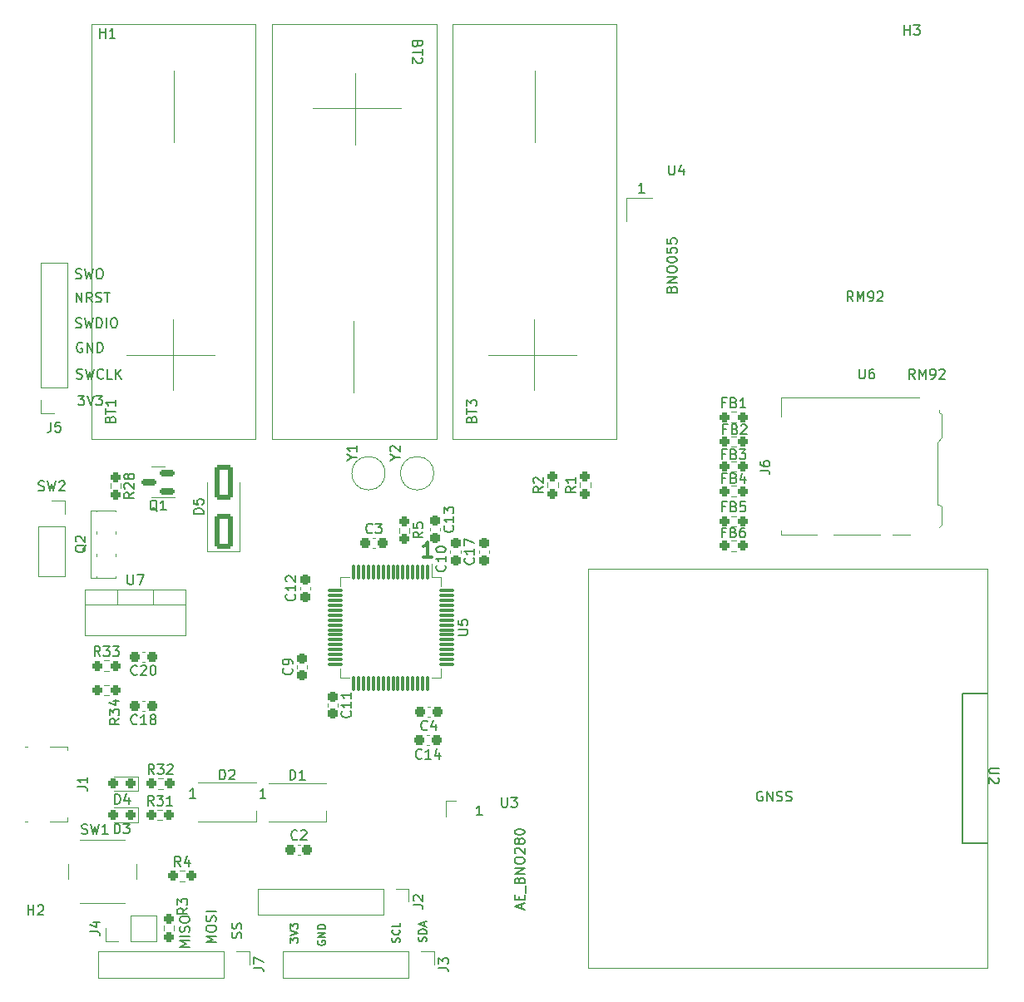
<source format=gbr>
%TF.GenerationSoftware,KiCad,Pcbnew,7.0.9*%
%TF.CreationDate,2024-04-16T11:52:51+09:00*%
%TF.ProjectId,balloon,62616c6c-6f6f-46e2-9e6b-696361645f70,rev?*%
%TF.SameCoordinates,Original*%
%TF.FileFunction,Legend,Top*%
%TF.FilePolarity,Positive*%
%FSLAX46Y46*%
G04 Gerber Fmt 4.6, Leading zero omitted, Abs format (unit mm)*
G04 Created by KiCad (PCBNEW 7.0.9) date 2024-04-16 11:52:51*
%MOMM*%
%LPD*%
G01*
G04 APERTURE LIST*
G04 Aperture macros list*
%AMRoundRect*
0 Rectangle with rounded corners*
0 $1 Rounding radius*
0 $2 $3 $4 $5 $6 $7 $8 $9 X,Y pos of 4 corners*
0 Add a 4 corners polygon primitive as box body*
4,1,4,$2,$3,$4,$5,$6,$7,$8,$9,$2,$3,0*
0 Add four circle primitives for the rounded corners*
1,1,$1+$1,$2,$3*
1,1,$1+$1,$4,$5*
1,1,$1+$1,$6,$7*
1,1,$1+$1,$8,$9*
0 Add four rect primitives between the rounded corners*
20,1,$1+$1,$2,$3,$4,$5,0*
20,1,$1+$1,$4,$5,$6,$7,0*
20,1,$1+$1,$6,$7,$8,$9,0*
20,1,$1+$1,$8,$9,$2,$3,0*%
G04 Aperture macros list end*
%ADD10C,0.150000*%
%ADD11C,0.300000*%
%ADD12C,0.120000*%
%ADD13C,0.177800*%
%ADD14C,3.200000*%
%ADD15R,1.700000X1.700000*%
%ADD16O,1.700000X1.700000*%
%ADD17C,2.000000*%
%ADD18RoundRect,0.237500X0.287500X0.237500X-0.287500X0.237500X-0.287500X-0.237500X0.287500X-0.237500X0*%
%ADD19C,1.000000*%
%ADD20R,1.200000X0.700000*%
%ADD21R,0.800000X1.000000*%
%ADD22R,1.200000X1.000000*%
%ADD23R,2.800000X1.000000*%
%ADD24R,1.900000X1.300000*%
%ADD25RoundRect,0.150000X0.587500X0.150000X-0.587500X0.150000X-0.587500X-0.150000X0.587500X-0.150000X0*%
%ADD26C,2.500000*%
%ADD27RoundRect,0.237500X-0.250000X-0.237500X0.250000X-0.237500X0.250000X0.237500X-0.250000X0.237500X0*%
%ADD28RoundRect,0.250000X0.650000X-1.500000X0.650000X1.500000X-0.650000X1.500000X-0.650000X-1.500000X0*%
%ADD29RoundRect,0.237500X0.300000X0.237500X-0.300000X0.237500X-0.300000X-0.237500X0.300000X-0.237500X0*%
%ADD30RoundRect,0.237500X0.237500X-0.250000X0.237500X0.250000X-0.237500X0.250000X-0.237500X-0.250000X0*%
%ADD31R,1.600000X0.850000*%
%ADD32RoundRect,0.075000X-0.075000X0.700000X-0.075000X-0.700000X0.075000X-0.700000X0.075000X0.700000X0*%
%ADD33RoundRect,0.075000X-0.700000X0.075000X-0.700000X-0.075000X0.700000X-0.075000X0.700000X0.075000X0*%
%ADD34R,1.905000X2.000000*%
%ADD35O,1.905000X2.000000*%
%ADD36RoundRect,0.237500X0.237500X-0.300000X0.237500X0.300000X-0.237500X0.300000X-0.237500X-0.300000X0*%
%ADD37RoundRect,0.237500X-0.300000X-0.237500X0.300000X-0.237500X0.300000X0.237500X-0.300000X0.237500X0*%
%ADD38RoundRect,0.237500X-0.237500X0.300000X-0.237500X-0.300000X0.237500X-0.300000X0.237500X0.300000X0*%
%ADD39RoundRect,0.237500X-0.237500X0.250000X-0.237500X-0.250000X0.237500X-0.250000X0.237500X0.250000X0*%
%ADD40R,1.380000X0.450000*%
%ADD41R,1.300000X1.650000*%
%ADD42R,1.550000X1.425000*%
%ADD43R,1.900000X1.800000*%
%ADD44R,1.900000X1.000000*%
%ADD45C,3.302000*%
%ADD46R,1.800000X1.714500*%
%ADD47O,1.800000X1.714500*%
G04 APERTURE END LIST*
D10*
X29541541Y-85769819D02*
X30160588Y-85769819D01*
X30160588Y-85769819D02*
X29827255Y-86150771D01*
X29827255Y-86150771D02*
X29970112Y-86150771D01*
X29970112Y-86150771D02*
X30065350Y-86198390D01*
X30065350Y-86198390D02*
X30112969Y-86246009D01*
X30112969Y-86246009D02*
X30160588Y-86341247D01*
X30160588Y-86341247D02*
X30160588Y-86579342D01*
X30160588Y-86579342D02*
X30112969Y-86674580D01*
X30112969Y-86674580D02*
X30065350Y-86722200D01*
X30065350Y-86722200D02*
X29970112Y-86769819D01*
X29970112Y-86769819D02*
X29684398Y-86769819D01*
X29684398Y-86769819D02*
X29589160Y-86722200D01*
X29589160Y-86722200D02*
X29541541Y-86674580D01*
X30446303Y-85769819D02*
X30779636Y-86769819D01*
X30779636Y-86769819D02*
X31112969Y-85769819D01*
X31351065Y-85769819D02*
X31970112Y-85769819D01*
X31970112Y-85769819D02*
X31636779Y-86150771D01*
X31636779Y-86150771D02*
X31779636Y-86150771D01*
X31779636Y-86150771D02*
X31874874Y-86198390D01*
X31874874Y-86198390D02*
X31922493Y-86246009D01*
X31922493Y-86246009D02*
X31970112Y-86341247D01*
X31970112Y-86341247D02*
X31970112Y-86579342D01*
X31970112Y-86579342D02*
X31922493Y-86674580D01*
X31922493Y-86674580D02*
X31874874Y-86722200D01*
X31874874Y-86722200D02*
X31779636Y-86769819D01*
X31779636Y-86769819D02*
X31493922Y-86769819D01*
X31493922Y-86769819D02*
X31398684Y-86722200D01*
X31398684Y-86722200D02*
X31351065Y-86674580D01*
X29389160Y-84022200D02*
X29532017Y-84069819D01*
X29532017Y-84069819D02*
X29770112Y-84069819D01*
X29770112Y-84069819D02*
X29865350Y-84022200D01*
X29865350Y-84022200D02*
X29912969Y-83974580D01*
X29912969Y-83974580D02*
X29960588Y-83879342D01*
X29960588Y-83879342D02*
X29960588Y-83784104D01*
X29960588Y-83784104D02*
X29912969Y-83688866D01*
X29912969Y-83688866D02*
X29865350Y-83641247D01*
X29865350Y-83641247D02*
X29770112Y-83593628D01*
X29770112Y-83593628D02*
X29579636Y-83546009D01*
X29579636Y-83546009D02*
X29484398Y-83498390D01*
X29484398Y-83498390D02*
X29436779Y-83450771D01*
X29436779Y-83450771D02*
X29389160Y-83355533D01*
X29389160Y-83355533D02*
X29389160Y-83260295D01*
X29389160Y-83260295D02*
X29436779Y-83165057D01*
X29436779Y-83165057D02*
X29484398Y-83117438D01*
X29484398Y-83117438D02*
X29579636Y-83069819D01*
X29579636Y-83069819D02*
X29817731Y-83069819D01*
X29817731Y-83069819D02*
X29960588Y-83117438D01*
X30293922Y-83069819D02*
X30532017Y-84069819D01*
X30532017Y-84069819D02*
X30722493Y-83355533D01*
X30722493Y-83355533D02*
X30912969Y-84069819D01*
X30912969Y-84069819D02*
X31151065Y-83069819D01*
X32103445Y-83974580D02*
X32055826Y-84022200D01*
X32055826Y-84022200D02*
X31912969Y-84069819D01*
X31912969Y-84069819D02*
X31817731Y-84069819D01*
X31817731Y-84069819D02*
X31674874Y-84022200D01*
X31674874Y-84022200D02*
X31579636Y-83926961D01*
X31579636Y-83926961D02*
X31532017Y-83831723D01*
X31532017Y-83831723D02*
X31484398Y-83641247D01*
X31484398Y-83641247D02*
X31484398Y-83498390D01*
X31484398Y-83498390D02*
X31532017Y-83307914D01*
X31532017Y-83307914D02*
X31579636Y-83212676D01*
X31579636Y-83212676D02*
X31674874Y-83117438D01*
X31674874Y-83117438D02*
X31817731Y-83069819D01*
X31817731Y-83069819D02*
X31912969Y-83069819D01*
X31912969Y-83069819D02*
X32055826Y-83117438D01*
X32055826Y-83117438D02*
X32103445Y-83165057D01*
X33008207Y-84069819D02*
X32532017Y-84069819D01*
X32532017Y-84069819D02*
X32532017Y-83069819D01*
X33341541Y-84069819D02*
X33341541Y-83069819D01*
X33912969Y-84069819D02*
X33484398Y-83498390D01*
X33912969Y-83069819D02*
X33341541Y-83641247D01*
X29960588Y-80417438D02*
X29865350Y-80369819D01*
X29865350Y-80369819D02*
X29722493Y-80369819D01*
X29722493Y-80369819D02*
X29579636Y-80417438D01*
X29579636Y-80417438D02*
X29484398Y-80512676D01*
X29484398Y-80512676D02*
X29436779Y-80607914D01*
X29436779Y-80607914D02*
X29389160Y-80798390D01*
X29389160Y-80798390D02*
X29389160Y-80941247D01*
X29389160Y-80941247D02*
X29436779Y-81131723D01*
X29436779Y-81131723D02*
X29484398Y-81226961D01*
X29484398Y-81226961D02*
X29579636Y-81322200D01*
X29579636Y-81322200D02*
X29722493Y-81369819D01*
X29722493Y-81369819D02*
X29817731Y-81369819D01*
X29817731Y-81369819D02*
X29960588Y-81322200D01*
X29960588Y-81322200D02*
X30008207Y-81274580D01*
X30008207Y-81274580D02*
X30008207Y-80941247D01*
X30008207Y-80941247D02*
X29817731Y-80941247D01*
X30436779Y-81369819D02*
X30436779Y-80369819D01*
X30436779Y-80369819D02*
X31008207Y-81369819D01*
X31008207Y-81369819D02*
X31008207Y-80369819D01*
X31484398Y-81369819D02*
X31484398Y-80369819D01*
X31484398Y-80369819D02*
X31722493Y-80369819D01*
X31722493Y-80369819D02*
X31865350Y-80417438D01*
X31865350Y-80417438D02*
X31960588Y-80512676D01*
X31960588Y-80512676D02*
X32008207Y-80607914D01*
X32008207Y-80607914D02*
X32055826Y-80798390D01*
X32055826Y-80798390D02*
X32055826Y-80941247D01*
X32055826Y-80941247D02*
X32008207Y-81131723D01*
X32008207Y-81131723D02*
X31960588Y-81226961D01*
X31960588Y-81226961D02*
X31865350Y-81322200D01*
X31865350Y-81322200D02*
X31722493Y-81369819D01*
X31722493Y-81369819D02*
X31484398Y-81369819D01*
X29289160Y-78822200D02*
X29432017Y-78869819D01*
X29432017Y-78869819D02*
X29670112Y-78869819D01*
X29670112Y-78869819D02*
X29765350Y-78822200D01*
X29765350Y-78822200D02*
X29812969Y-78774580D01*
X29812969Y-78774580D02*
X29860588Y-78679342D01*
X29860588Y-78679342D02*
X29860588Y-78584104D01*
X29860588Y-78584104D02*
X29812969Y-78488866D01*
X29812969Y-78488866D02*
X29765350Y-78441247D01*
X29765350Y-78441247D02*
X29670112Y-78393628D01*
X29670112Y-78393628D02*
X29479636Y-78346009D01*
X29479636Y-78346009D02*
X29384398Y-78298390D01*
X29384398Y-78298390D02*
X29336779Y-78250771D01*
X29336779Y-78250771D02*
X29289160Y-78155533D01*
X29289160Y-78155533D02*
X29289160Y-78060295D01*
X29289160Y-78060295D02*
X29336779Y-77965057D01*
X29336779Y-77965057D02*
X29384398Y-77917438D01*
X29384398Y-77917438D02*
X29479636Y-77869819D01*
X29479636Y-77869819D02*
X29717731Y-77869819D01*
X29717731Y-77869819D02*
X29860588Y-77917438D01*
X30193922Y-77869819D02*
X30432017Y-78869819D01*
X30432017Y-78869819D02*
X30622493Y-78155533D01*
X30622493Y-78155533D02*
X30812969Y-78869819D01*
X30812969Y-78869819D02*
X31051065Y-77869819D01*
X31432017Y-78869819D02*
X31432017Y-77869819D01*
X31432017Y-77869819D02*
X31670112Y-77869819D01*
X31670112Y-77869819D02*
X31812969Y-77917438D01*
X31812969Y-77917438D02*
X31908207Y-78012676D01*
X31908207Y-78012676D02*
X31955826Y-78107914D01*
X31955826Y-78107914D02*
X32003445Y-78298390D01*
X32003445Y-78298390D02*
X32003445Y-78441247D01*
X32003445Y-78441247D02*
X31955826Y-78631723D01*
X31955826Y-78631723D02*
X31908207Y-78726961D01*
X31908207Y-78726961D02*
X31812969Y-78822200D01*
X31812969Y-78822200D02*
X31670112Y-78869819D01*
X31670112Y-78869819D02*
X31432017Y-78869819D01*
X32432017Y-78869819D02*
X32432017Y-77869819D01*
X33098683Y-77869819D02*
X33289159Y-77869819D01*
X33289159Y-77869819D02*
X33384397Y-77917438D01*
X33384397Y-77917438D02*
X33479635Y-78012676D01*
X33479635Y-78012676D02*
X33527254Y-78203152D01*
X33527254Y-78203152D02*
X33527254Y-78536485D01*
X33527254Y-78536485D02*
X33479635Y-78726961D01*
X33479635Y-78726961D02*
X33384397Y-78822200D01*
X33384397Y-78822200D02*
X33289159Y-78869819D01*
X33289159Y-78869819D02*
X33098683Y-78869819D01*
X33098683Y-78869819D02*
X33003445Y-78822200D01*
X33003445Y-78822200D02*
X32908207Y-78726961D01*
X32908207Y-78726961D02*
X32860588Y-78536485D01*
X32860588Y-78536485D02*
X32860588Y-78203152D01*
X32860588Y-78203152D02*
X32908207Y-78012676D01*
X32908207Y-78012676D02*
X33003445Y-77917438D01*
X33003445Y-77917438D02*
X33098683Y-77869819D01*
X29336779Y-76269819D02*
X29336779Y-75269819D01*
X29336779Y-75269819D02*
X29908207Y-76269819D01*
X29908207Y-76269819D02*
X29908207Y-75269819D01*
X30955826Y-76269819D02*
X30622493Y-75793628D01*
X30384398Y-76269819D02*
X30384398Y-75269819D01*
X30384398Y-75269819D02*
X30765350Y-75269819D01*
X30765350Y-75269819D02*
X30860588Y-75317438D01*
X30860588Y-75317438D02*
X30908207Y-75365057D01*
X30908207Y-75365057D02*
X30955826Y-75460295D01*
X30955826Y-75460295D02*
X30955826Y-75603152D01*
X30955826Y-75603152D02*
X30908207Y-75698390D01*
X30908207Y-75698390D02*
X30860588Y-75746009D01*
X30860588Y-75746009D02*
X30765350Y-75793628D01*
X30765350Y-75793628D02*
X30384398Y-75793628D01*
X31336779Y-76222200D02*
X31479636Y-76269819D01*
X31479636Y-76269819D02*
X31717731Y-76269819D01*
X31717731Y-76269819D02*
X31812969Y-76222200D01*
X31812969Y-76222200D02*
X31860588Y-76174580D01*
X31860588Y-76174580D02*
X31908207Y-76079342D01*
X31908207Y-76079342D02*
X31908207Y-75984104D01*
X31908207Y-75984104D02*
X31860588Y-75888866D01*
X31860588Y-75888866D02*
X31812969Y-75841247D01*
X31812969Y-75841247D02*
X31717731Y-75793628D01*
X31717731Y-75793628D02*
X31527255Y-75746009D01*
X31527255Y-75746009D02*
X31432017Y-75698390D01*
X31432017Y-75698390D02*
X31384398Y-75650771D01*
X31384398Y-75650771D02*
X31336779Y-75555533D01*
X31336779Y-75555533D02*
X31336779Y-75460295D01*
X31336779Y-75460295D02*
X31384398Y-75365057D01*
X31384398Y-75365057D02*
X31432017Y-75317438D01*
X31432017Y-75317438D02*
X31527255Y-75269819D01*
X31527255Y-75269819D02*
X31765350Y-75269819D01*
X31765350Y-75269819D02*
X31908207Y-75317438D01*
X32193922Y-75269819D02*
X32765350Y-75269819D01*
X32479636Y-76269819D02*
X32479636Y-75269819D01*
X29289160Y-73822200D02*
X29432017Y-73869819D01*
X29432017Y-73869819D02*
X29670112Y-73869819D01*
X29670112Y-73869819D02*
X29765350Y-73822200D01*
X29765350Y-73822200D02*
X29812969Y-73774580D01*
X29812969Y-73774580D02*
X29860588Y-73679342D01*
X29860588Y-73679342D02*
X29860588Y-73584104D01*
X29860588Y-73584104D02*
X29812969Y-73488866D01*
X29812969Y-73488866D02*
X29765350Y-73441247D01*
X29765350Y-73441247D02*
X29670112Y-73393628D01*
X29670112Y-73393628D02*
X29479636Y-73346009D01*
X29479636Y-73346009D02*
X29384398Y-73298390D01*
X29384398Y-73298390D02*
X29336779Y-73250771D01*
X29336779Y-73250771D02*
X29289160Y-73155533D01*
X29289160Y-73155533D02*
X29289160Y-73060295D01*
X29289160Y-73060295D02*
X29336779Y-72965057D01*
X29336779Y-72965057D02*
X29384398Y-72917438D01*
X29384398Y-72917438D02*
X29479636Y-72869819D01*
X29479636Y-72869819D02*
X29717731Y-72869819D01*
X29717731Y-72869819D02*
X29860588Y-72917438D01*
X30193922Y-72869819D02*
X30432017Y-73869819D01*
X30432017Y-73869819D02*
X30622493Y-73155533D01*
X30622493Y-73155533D02*
X30812969Y-73869819D01*
X30812969Y-73869819D02*
X31051065Y-72869819D01*
X31622493Y-72869819D02*
X31812969Y-72869819D01*
X31812969Y-72869819D02*
X31908207Y-72917438D01*
X31908207Y-72917438D02*
X32003445Y-73012676D01*
X32003445Y-73012676D02*
X32051064Y-73203152D01*
X32051064Y-73203152D02*
X32051064Y-73536485D01*
X32051064Y-73536485D02*
X32003445Y-73726961D01*
X32003445Y-73726961D02*
X31908207Y-73822200D01*
X31908207Y-73822200D02*
X31812969Y-73869819D01*
X31812969Y-73869819D02*
X31622493Y-73869819D01*
X31622493Y-73869819D02*
X31527255Y-73822200D01*
X31527255Y-73822200D02*
X31432017Y-73726961D01*
X31432017Y-73726961D02*
X31384398Y-73536485D01*
X31384398Y-73536485D02*
X31384398Y-73203152D01*
X31384398Y-73203152D02*
X31432017Y-73012676D01*
X31432017Y-73012676D02*
X31527255Y-72917438D01*
X31527255Y-72917438D02*
X31622493Y-72869819D01*
X40869819Y-141963220D02*
X39869819Y-141963220D01*
X39869819Y-141963220D02*
X40584104Y-141629887D01*
X40584104Y-141629887D02*
X39869819Y-141296554D01*
X39869819Y-141296554D02*
X40869819Y-141296554D01*
X40869819Y-140820363D02*
X39869819Y-140820363D01*
X40822200Y-140391792D02*
X40869819Y-140248935D01*
X40869819Y-140248935D02*
X40869819Y-140010840D01*
X40869819Y-140010840D02*
X40822200Y-139915602D01*
X40822200Y-139915602D02*
X40774580Y-139867983D01*
X40774580Y-139867983D02*
X40679342Y-139820364D01*
X40679342Y-139820364D02*
X40584104Y-139820364D01*
X40584104Y-139820364D02*
X40488866Y-139867983D01*
X40488866Y-139867983D02*
X40441247Y-139915602D01*
X40441247Y-139915602D02*
X40393628Y-140010840D01*
X40393628Y-140010840D02*
X40346009Y-140201316D01*
X40346009Y-140201316D02*
X40298390Y-140296554D01*
X40298390Y-140296554D02*
X40250771Y-140344173D01*
X40250771Y-140344173D02*
X40155533Y-140391792D01*
X40155533Y-140391792D02*
X40060295Y-140391792D01*
X40060295Y-140391792D02*
X39965057Y-140344173D01*
X39965057Y-140344173D02*
X39917438Y-140296554D01*
X39917438Y-140296554D02*
X39869819Y-140201316D01*
X39869819Y-140201316D02*
X39869819Y-139963221D01*
X39869819Y-139963221D02*
X39917438Y-139820364D01*
X39869819Y-139201316D02*
X39869819Y-139010840D01*
X39869819Y-139010840D02*
X39917438Y-138915602D01*
X39917438Y-138915602D02*
X40012676Y-138820364D01*
X40012676Y-138820364D02*
X40203152Y-138772745D01*
X40203152Y-138772745D02*
X40536485Y-138772745D01*
X40536485Y-138772745D02*
X40726961Y-138820364D01*
X40726961Y-138820364D02*
X40822200Y-138915602D01*
X40822200Y-138915602D02*
X40869819Y-139010840D01*
X40869819Y-139010840D02*
X40869819Y-139201316D01*
X40869819Y-139201316D02*
X40822200Y-139296554D01*
X40822200Y-139296554D02*
X40726961Y-139391792D01*
X40726961Y-139391792D02*
X40536485Y-139439411D01*
X40536485Y-139439411D02*
X40203152Y-139439411D01*
X40203152Y-139439411D02*
X40012676Y-139391792D01*
X40012676Y-139391792D02*
X39917438Y-139296554D01*
X39917438Y-139296554D02*
X39869819Y-139201316D01*
X43569819Y-141463220D02*
X42569819Y-141463220D01*
X42569819Y-141463220D02*
X43284104Y-141129887D01*
X43284104Y-141129887D02*
X42569819Y-140796554D01*
X42569819Y-140796554D02*
X43569819Y-140796554D01*
X42569819Y-140129887D02*
X42569819Y-139939411D01*
X42569819Y-139939411D02*
X42617438Y-139844173D01*
X42617438Y-139844173D02*
X42712676Y-139748935D01*
X42712676Y-139748935D02*
X42903152Y-139701316D01*
X42903152Y-139701316D02*
X43236485Y-139701316D01*
X43236485Y-139701316D02*
X43426961Y-139748935D01*
X43426961Y-139748935D02*
X43522200Y-139844173D01*
X43522200Y-139844173D02*
X43569819Y-139939411D01*
X43569819Y-139939411D02*
X43569819Y-140129887D01*
X43569819Y-140129887D02*
X43522200Y-140225125D01*
X43522200Y-140225125D02*
X43426961Y-140320363D01*
X43426961Y-140320363D02*
X43236485Y-140367982D01*
X43236485Y-140367982D02*
X42903152Y-140367982D01*
X42903152Y-140367982D02*
X42712676Y-140320363D01*
X42712676Y-140320363D02*
X42617438Y-140225125D01*
X42617438Y-140225125D02*
X42569819Y-140129887D01*
X43522200Y-139320363D02*
X43569819Y-139177506D01*
X43569819Y-139177506D02*
X43569819Y-138939411D01*
X43569819Y-138939411D02*
X43522200Y-138844173D01*
X43522200Y-138844173D02*
X43474580Y-138796554D01*
X43474580Y-138796554D02*
X43379342Y-138748935D01*
X43379342Y-138748935D02*
X43284104Y-138748935D01*
X43284104Y-138748935D02*
X43188866Y-138796554D01*
X43188866Y-138796554D02*
X43141247Y-138844173D01*
X43141247Y-138844173D02*
X43093628Y-138939411D01*
X43093628Y-138939411D02*
X43046009Y-139129887D01*
X43046009Y-139129887D02*
X42998390Y-139225125D01*
X42998390Y-139225125D02*
X42950771Y-139272744D01*
X42950771Y-139272744D02*
X42855533Y-139320363D01*
X42855533Y-139320363D02*
X42760295Y-139320363D01*
X42760295Y-139320363D02*
X42665057Y-139272744D01*
X42665057Y-139272744D02*
X42617438Y-139225125D01*
X42617438Y-139225125D02*
X42569819Y-139129887D01*
X42569819Y-139129887D02*
X42569819Y-138891792D01*
X42569819Y-138891792D02*
X42617438Y-138748935D01*
X43569819Y-138320363D02*
X42569819Y-138320363D01*
X46122200Y-141010839D02*
X46169819Y-140867982D01*
X46169819Y-140867982D02*
X46169819Y-140629887D01*
X46169819Y-140629887D02*
X46122200Y-140534649D01*
X46122200Y-140534649D02*
X46074580Y-140487030D01*
X46074580Y-140487030D02*
X45979342Y-140439411D01*
X45979342Y-140439411D02*
X45884104Y-140439411D01*
X45884104Y-140439411D02*
X45788866Y-140487030D01*
X45788866Y-140487030D02*
X45741247Y-140534649D01*
X45741247Y-140534649D02*
X45693628Y-140629887D01*
X45693628Y-140629887D02*
X45646009Y-140820363D01*
X45646009Y-140820363D02*
X45598390Y-140915601D01*
X45598390Y-140915601D02*
X45550771Y-140963220D01*
X45550771Y-140963220D02*
X45455533Y-141010839D01*
X45455533Y-141010839D02*
X45360295Y-141010839D01*
X45360295Y-141010839D02*
X45265057Y-140963220D01*
X45265057Y-140963220D02*
X45217438Y-140915601D01*
X45217438Y-140915601D02*
X45169819Y-140820363D01*
X45169819Y-140820363D02*
X45169819Y-140582268D01*
X45169819Y-140582268D02*
X45217438Y-140439411D01*
X46122200Y-140058458D02*
X46169819Y-139915601D01*
X46169819Y-139915601D02*
X46169819Y-139677506D01*
X46169819Y-139677506D02*
X46122200Y-139582268D01*
X46122200Y-139582268D02*
X46074580Y-139534649D01*
X46074580Y-139534649D02*
X45979342Y-139487030D01*
X45979342Y-139487030D02*
X45884104Y-139487030D01*
X45884104Y-139487030D02*
X45788866Y-139534649D01*
X45788866Y-139534649D02*
X45741247Y-139582268D01*
X45741247Y-139582268D02*
X45693628Y-139677506D01*
X45693628Y-139677506D02*
X45646009Y-139867982D01*
X45646009Y-139867982D02*
X45598390Y-139963220D01*
X45598390Y-139963220D02*
X45550771Y-140010839D01*
X45550771Y-140010839D02*
X45455533Y-140058458D01*
X45455533Y-140058458D02*
X45360295Y-140058458D01*
X45360295Y-140058458D02*
X45265057Y-140010839D01*
X45265057Y-140010839D02*
X45217438Y-139963220D01*
X45217438Y-139963220D02*
X45169819Y-139867982D01*
X45169819Y-139867982D02*
X45169819Y-139629887D01*
X45169819Y-139629887D02*
X45217438Y-139487030D01*
X64956200Y-141348935D02*
X64994295Y-141234649D01*
X64994295Y-141234649D02*
X64994295Y-141044173D01*
X64994295Y-141044173D02*
X64956200Y-140967982D01*
X64956200Y-140967982D02*
X64918104Y-140929887D01*
X64918104Y-140929887D02*
X64841914Y-140891792D01*
X64841914Y-140891792D02*
X64765723Y-140891792D01*
X64765723Y-140891792D02*
X64689533Y-140929887D01*
X64689533Y-140929887D02*
X64651438Y-140967982D01*
X64651438Y-140967982D02*
X64613342Y-141044173D01*
X64613342Y-141044173D02*
X64575247Y-141196554D01*
X64575247Y-141196554D02*
X64537152Y-141272744D01*
X64537152Y-141272744D02*
X64499057Y-141310839D01*
X64499057Y-141310839D02*
X64422866Y-141348935D01*
X64422866Y-141348935D02*
X64346676Y-141348935D01*
X64346676Y-141348935D02*
X64270485Y-141310839D01*
X64270485Y-141310839D02*
X64232390Y-141272744D01*
X64232390Y-141272744D02*
X64194295Y-141196554D01*
X64194295Y-141196554D02*
X64194295Y-141006077D01*
X64194295Y-141006077D02*
X64232390Y-140891792D01*
X64994295Y-140548934D02*
X64194295Y-140548934D01*
X64194295Y-140548934D02*
X64194295Y-140358458D01*
X64194295Y-140358458D02*
X64232390Y-140244172D01*
X64232390Y-140244172D02*
X64308580Y-140167982D01*
X64308580Y-140167982D02*
X64384771Y-140129887D01*
X64384771Y-140129887D02*
X64537152Y-140091791D01*
X64537152Y-140091791D02*
X64651438Y-140091791D01*
X64651438Y-140091791D02*
X64803819Y-140129887D01*
X64803819Y-140129887D02*
X64880009Y-140167982D01*
X64880009Y-140167982D02*
X64956200Y-140244172D01*
X64956200Y-140244172D02*
X64994295Y-140358458D01*
X64994295Y-140358458D02*
X64994295Y-140548934D01*
X64765723Y-139787030D02*
X64765723Y-139406077D01*
X64994295Y-139863220D02*
X64194295Y-139596553D01*
X64194295Y-139596553D02*
X64994295Y-139329887D01*
X62256200Y-141448935D02*
X62294295Y-141334649D01*
X62294295Y-141334649D02*
X62294295Y-141144173D01*
X62294295Y-141144173D02*
X62256200Y-141067982D01*
X62256200Y-141067982D02*
X62218104Y-141029887D01*
X62218104Y-141029887D02*
X62141914Y-140991792D01*
X62141914Y-140991792D02*
X62065723Y-140991792D01*
X62065723Y-140991792D02*
X61989533Y-141029887D01*
X61989533Y-141029887D02*
X61951438Y-141067982D01*
X61951438Y-141067982D02*
X61913342Y-141144173D01*
X61913342Y-141144173D02*
X61875247Y-141296554D01*
X61875247Y-141296554D02*
X61837152Y-141372744D01*
X61837152Y-141372744D02*
X61799057Y-141410839D01*
X61799057Y-141410839D02*
X61722866Y-141448935D01*
X61722866Y-141448935D02*
X61646676Y-141448935D01*
X61646676Y-141448935D02*
X61570485Y-141410839D01*
X61570485Y-141410839D02*
X61532390Y-141372744D01*
X61532390Y-141372744D02*
X61494295Y-141296554D01*
X61494295Y-141296554D02*
X61494295Y-141106077D01*
X61494295Y-141106077D02*
X61532390Y-140991792D01*
X62218104Y-140191791D02*
X62256200Y-140229887D01*
X62256200Y-140229887D02*
X62294295Y-140344172D01*
X62294295Y-140344172D02*
X62294295Y-140420363D01*
X62294295Y-140420363D02*
X62256200Y-140534649D01*
X62256200Y-140534649D02*
X62180009Y-140610839D01*
X62180009Y-140610839D02*
X62103819Y-140648934D01*
X62103819Y-140648934D02*
X61951438Y-140687030D01*
X61951438Y-140687030D02*
X61837152Y-140687030D01*
X61837152Y-140687030D02*
X61684771Y-140648934D01*
X61684771Y-140648934D02*
X61608580Y-140610839D01*
X61608580Y-140610839D02*
X61532390Y-140534649D01*
X61532390Y-140534649D02*
X61494295Y-140420363D01*
X61494295Y-140420363D02*
X61494295Y-140344172D01*
X61494295Y-140344172D02*
X61532390Y-140229887D01*
X61532390Y-140229887D02*
X61570485Y-140191791D01*
X62294295Y-139467982D02*
X62294295Y-139848934D01*
X62294295Y-139848934D02*
X61494295Y-139848934D01*
X53932390Y-141291792D02*
X53894295Y-141367982D01*
X53894295Y-141367982D02*
X53894295Y-141482268D01*
X53894295Y-141482268D02*
X53932390Y-141596554D01*
X53932390Y-141596554D02*
X54008580Y-141672744D01*
X54008580Y-141672744D02*
X54084771Y-141710839D01*
X54084771Y-141710839D02*
X54237152Y-141748935D01*
X54237152Y-141748935D02*
X54351438Y-141748935D01*
X54351438Y-141748935D02*
X54503819Y-141710839D01*
X54503819Y-141710839D02*
X54580009Y-141672744D01*
X54580009Y-141672744D02*
X54656200Y-141596554D01*
X54656200Y-141596554D02*
X54694295Y-141482268D01*
X54694295Y-141482268D02*
X54694295Y-141406077D01*
X54694295Y-141406077D02*
X54656200Y-141291792D01*
X54656200Y-141291792D02*
X54618104Y-141253696D01*
X54618104Y-141253696D02*
X54351438Y-141253696D01*
X54351438Y-141253696D02*
X54351438Y-141406077D01*
X54694295Y-140910839D02*
X53894295Y-140910839D01*
X53894295Y-140910839D02*
X54694295Y-140453696D01*
X54694295Y-140453696D02*
X53894295Y-140453696D01*
X54694295Y-140072744D02*
X53894295Y-140072744D01*
X53894295Y-140072744D02*
X53894295Y-139882268D01*
X53894295Y-139882268D02*
X53932390Y-139767982D01*
X53932390Y-139767982D02*
X54008580Y-139691792D01*
X54008580Y-139691792D02*
X54084771Y-139653697D01*
X54084771Y-139653697D02*
X54237152Y-139615601D01*
X54237152Y-139615601D02*
X54351438Y-139615601D01*
X54351438Y-139615601D02*
X54503819Y-139653697D01*
X54503819Y-139653697D02*
X54580009Y-139691792D01*
X54580009Y-139691792D02*
X54656200Y-139767982D01*
X54656200Y-139767982D02*
X54694295Y-139882268D01*
X54694295Y-139882268D02*
X54694295Y-140072744D01*
X51094295Y-141487030D02*
X51094295Y-140991792D01*
X51094295Y-140991792D02*
X51399057Y-141258458D01*
X51399057Y-141258458D02*
X51399057Y-141144173D01*
X51399057Y-141144173D02*
X51437152Y-141067982D01*
X51437152Y-141067982D02*
X51475247Y-141029887D01*
X51475247Y-141029887D02*
X51551438Y-140991792D01*
X51551438Y-140991792D02*
X51741914Y-140991792D01*
X51741914Y-140991792D02*
X51818104Y-141029887D01*
X51818104Y-141029887D02*
X51856200Y-141067982D01*
X51856200Y-141067982D02*
X51894295Y-141144173D01*
X51894295Y-141144173D02*
X51894295Y-141372744D01*
X51894295Y-141372744D02*
X51856200Y-141448935D01*
X51856200Y-141448935D02*
X51818104Y-141487030D01*
X51094295Y-140763220D02*
X51894295Y-140496553D01*
X51894295Y-140496553D02*
X51094295Y-140229887D01*
X51094295Y-140039411D02*
X51094295Y-139544173D01*
X51094295Y-139544173D02*
X51399057Y-139810839D01*
X51399057Y-139810839D02*
X51399057Y-139696554D01*
X51399057Y-139696554D02*
X51437152Y-139620363D01*
X51437152Y-139620363D02*
X51475247Y-139582268D01*
X51475247Y-139582268D02*
X51551438Y-139544173D01*
X51551438Y-139544173D02*
X51741914Y-139544173D01*
X51741914Y-139544173D02*
X51818104Y-139582268D01*
X51818104Y-139582268D02*
X51856200Y-139620363D01*
X51856200Y-139620363D02*
X51894295Y-139696554D01*
X51894295Y-139696554D02*
X51894295Y-139925125D01*
X51894295Y-139925125D02*
X51856200Y-140001316D01*
X51856200Y-140001316D02*
X51818104Y-140039411D01*
D11*
X65540225Y-102200828D02*
X64683082Y-102200828D01*
X65111653Y-102200828D02*
X65111653Y-100700828D01*
X65111653Y-100700828D02*
X64968796Y-100915114D01*
X64968796Y-100915114D02*
X64825939Y-101057971D01*
X64825939Y-101057971D02*
X64683082Y-101129400D01*
D10*
X89946009Y-74929887D02*
X89993628Y-74787030D01*
X89993628Y-74787030D02*
X90041247Y-74739411D01*
X90041247Y-74739411D02*
X90136485Y-74691792D01*
X90136485Y-74691792D02*
X90279342Y-74691792D01*
X90279342Y-74691792D02*
X90374580Y-74739411D01*
X90374580Y-74739411D02*
X90422200Y-74787030D01*
X90422200Y-74787030D02*
X90469819Y-74882268D01*
X90469819Y-74882268D02*
X90469819Y-75263220D01*
X90469819Y-75263220D02*
X89469819Y-75263220D01*
X89469819Y-75263220D02*
X89469819Y-74929887D01*
X89469819Y-74929887D02*
X89517438Y-74834649D01*
X89517438Y-74834649D02*
X89565057Y-74787030D01*
X89565057Y-74787030D02*
X89660295Y-74739411D01*
X89660295Y-74739411D02*
X89755533Y-74739411D01*
X89755533Y-74739411D02*
X89850771Y-74787030D01*
X89850771Y-74787030D02*
X89898390Y-74834649D01*
X89898390Y-74834649D02*
X89946009Y-74929887D01*
X89946009Y-74929887D02*
X89946009Y-75263220D01*
X90469819Y-74263220D02*
X89469819Y-74263220D01*
X89469819Y-74263220D02*
X90469819Y-73691792D01*
X90469819Y-73691792D02*
X89469819Y-73691792D01*
X89469819Y-73025125D02*
X89469819Y-72834649D01*
X89469819Y-72834649D02*
X89517438Y-72739411D01*
X89517438Y-72739411D02*
X89612676Y-72644173D01*
X89612676Y-72644173D02*
X89803152Y-72596554D01*
X89803152Y-72596554D02*
X90136485Y-72596554D01*
X90136485Y-72596554D02*
X90326961Y-72644173D01*
X90326961Y-72644173D02*
X90422200Y-72739411D01*
X90422200Y-72739411D02*
X90469819Y-72834649D01*
X90469819Y-72834649D02*
X90469819Y-73025125D01*
X90469819Y-73025125D02*
X90422200Y-73120363D01*
X90422200Y-73120363D02*
X90326961Y-73215601D01*
X90326961Y-73215601D02*
X90136485Y-73263220D01*
X90136485Y-73263220D02*
X89803152Y-73263220D01*
X89803152Y-73263220D02*
X89612676Y-73215601D01*
X89612676Y-73215601D02*
X89517438Y-73120363D01*
X89517438Y-73120363D02*
X89469819Y-73025125D01*
X89469819Y-71977506D02*
X89469819Y-71882268D01*
X89469819Y-71882268D02*
X89517438Y-71787030D01*
X89517438Y-71787030D02*
X89565057Y-71739411D01*
X89565057Y-71739411D02*
X89660295Y-71691792D01*
X89660295Y-71691792D02*
X89850771Y-71644173D01*
X89850771Y-71644173D02*
X90088866Y-71644173D01*
X90088866Y-71644173D02*
X90279342Y-71691792D01*
X90279342Y-71691792D02*
X90374580Y-71739411D01*
X90374580Y-71739411D02*
X90422200Y-71787030D01*
X90422200Y-71787030D02*
X90469819Y-71882268D01*
X90469819Y-71882268D02*
X90469819Y-71977506D01*
X90469819Y-71977506D02*
X90422200Y-72072744D01*
X90422200Y-72072744D02*
X90374580Y-72120363D01*
X90374580Y-72120363D02*
X90279342Y-72167982D01*
X90279342Y-72167982D02*
X90088866Y-72215601D01*
X90088866Y-72215601D02*
X89850771Y-72215601D01*
X89850771Y-72215601D02*
X89660295Y-72167982D01*
X89660295Y-72167982D02*
X89565057Y-72120363D01*
X89565057Y-72120363D02*
X89517438Y-72072744D01*
X89517438Y-72072744D02*
X89469819Y-71977506D01*
X89469819Y-70739411D02*
X89469819Y-71215601D01*
X89469819Y-71215601D02*
X89946009Y-71263220D01*
X89946009Y-71263220D02*
X89898390Y-71215601D01*
X89898390Y-71215601D02*
X89850771Y-71120363D01*
X89850771Y-71120363D02*
X89850771Y-70882268D01*
X89850771Y-70882268D02*
X89898390Y-70787030D01*
X89898390Y-70787030D02*
X89946009Y-70739411D01*
X89946009Y-70739411D02*
X90041247Y-70691792D01*
X90041247Y-70691792D02*
X90279342Y-70691792D01*
X90279342Y-70691792D02*
X90374580Y-70739411D01*
X90374580Y-70739411D02*
X90422200Y-70787030D01*
X90422200Y-70787030D02*
X90469819Y-70882268D01*
X90469819Y-70882268D02*
X90469819Y-71120363D01*
X90469819Y-71120363D02*
X90422200Y-71215601D01*
X90422200Y-71215601D02*
X90374580Y-71263220D01*
X89469819Y-69787030D02*
X89469819Y-70263220D01*
X89469819Y-70263220D02*
X89946009Y-70310839D01*
X89946009Y-70310839D02*
X89898390Y-70263220D01*
X89898390Y-70263220D02*
X89850771Y-70167982D01*
X89850771Y-70167982D02*
X89850771Y-69929887D01*
X89850771Y-69929887D02*
X89898390Y-69834649D01*
X89898390Y-69834649D02*
X89946009Y-69787030D01*
X89946009Y-69787030D02*
X90041247Y-69739411D01*
X90041247Y-69739411D02*
X90279342Y-69739411D01*
X90279342Y-69739411D02*
X90374580Y-69787030D01*
X90374580Y-69787030D02*
X90422200Y-69834649D01*
X90422200Y-69834649D02*
X90469819Y-69929887D01*
X90469819Y-69929887D02*
X90469819Y-70167982D01*
X90469819Y-70167982D02*
X90422200Y-70263220D01*
X90422200Y-70263220D02*
X90374580Y-70310839D01*
X108408207Y-76169819D02*
X108074874Y-75693628D01*
X107836779Y-76169819D02*
X107836779Y-75169819D01*
X107836779Y-75169819D02*
X108217731Y-75169819D01*
X108217731Y-75169819D02*
X108312969Y-75217438D01*
X108312969Y-75217438D02*
X108360588Y-75265057D01*
X108360588Y-75265057D02*
X108408207Y-75360295D01*
X108408207Y-75360295D02*
X108408207Y-75503152D01*
X108408207Y-75503152D02*
X108360588Y-75598390D01*
X108360588Y-75598390D02*
X108312969Y-75646009D01*
X108312969Y-75646009D02*
X108217731Y-75693628D01*
X108217731Y-75693628D02*
X107836779Y-75693628D01*
X108836779Y-76169819D02*
X108836779Y-75169819D01*
X108836779Y-75169819D02*
X109170112Y-75884104D01*
X109170112Y-75884104D02*
X109503445Y-75169819D01*
X109503445Y-75169819D02*
X109503445Y-76169819D01*
X110027255Y-76169819D02*
X110217731Y-76169819D01*
X110217731Y-76169819D02*
X110312969Y-76122200D01*
X110312969Y-76122200D02*
X110360588Y-76074580D01*
X110360588Y-76074580D02*
X110455826Y-75931723D01*
X110455826Y-75931723D02*
X110503445Y-75741247D01*
X110503445Y-75741247D02*
X110503445Y-75360295D01*
X110503445Y-75360295D02*
X110455826Y-75265057D01*
X110455826Y-75265057D02*
X110408207Y-75217438D01*
X110408207Y-75217438D02*
X110312969Y-75169819D01*
X110312969Y-75169819D02*
X110122493Y-75169819D01*
X110122493Y-75169819D02*
X110027255Y-75217438D01*
X110027255Y-75217438D02*
X109979636Y-75265057D01*
X109979636Y-75265057D02*
X109932017Y-75360295D01*
X109932017Y-75360295D02*
X109932017Y-75598390D01*
X109932017Y-75598390D02*
X109979636Y-75693628D01*
X109979636Y-75693628D02*
X110027255Y-75741247D01*
X110027255Y-75741247D02*
X110122493Y-75788866D01*
X110122493Y-75788866D02*
X110312969Y-75788866D01*
X110312969Y-75788866D02*
X110408207Y-75741247D01*
X110408207Y-75741247D02*
X110455826Y-75693628D01*
X110455826Y-75693628D02*
X110503445Y-75598390D01*
X110884398Y-75265057D02*
X110932017Y-75217438D01*
X110932017Y-75217438D02*
X111027255Y-75169819D01*
X111027255Y-75169819D02*
X111265350Y-75169819D01*
X111265350Y-75169819D02*
X111360588Y-75217438D01*
X111360588Y-75217438D02*
X111408207Y-75265057D01*
X111408207Y-75265057D02*
X111455826Y-75360295D01*
X111455826Y-75360295D02*
X111455826Y-75455533D01*
X111455826Y-75455533D02*
X111408207Y-75598390D01*
X111408207Y-75598390D02*
X110836779Y-76169819D01*
X110836779Y-76169819D02*
X111455826Y-76169819D01*
X99160588Y-126117438D02*
X99065350Y-126069819D01*
X99065350Y-126069819D02*
X98922493Y-126069819D01*
X98922493Y-126069819D02*
X98779636Y-126117438D01*
X98779636Y-126117438D02*
X98684398Y-126212676D01*
X98684398Y-126212676D02*
X98636779Y-126307914D01*
X98636779Y-126307914D02*
X98589160Y-126498390D01*
X98589160Y-126498390D02*
X98589160Y-126641247D01*
X98589160Y-126641247D02*
X98636779Y-126831723D01*
X98636779Y-126831723D02*
X98684398Y-126926961D01*
X98684398Y-126926961D02*
X98779636Y-127022200D01*
X98779636Y-127022200D02*
X98922493Y-127069819D01*
X98922493Y-127069819D02*
X99017731Y-127069819D01*
X99017731Y-127069819D02*
X99160588Y-127022200D01*
X99160588Y-127022200D02*
X99208207Y-126974580D01*
X99208207Y-126974580D02*
X99208207Y-126641247D01*
X99208207Y-126641247D02*
X99017731Y-126641247D01*
X99636779Y-127069819D02*
X99636779Y-126069819D01*
X99636779Y-126069819D02*
X100208207Y-127069819D01*
X100208207Y-127069819D02*
X100208207Y-126069819D01*
X100636779Y-127022200D02*
X100779636Y-127069819D01*
X100779636Y-127069819D02*
X101017731Y-127069819D01*
X101017731Y-127069819D02*
X101112969Y-127022200D01*
X101112969Y-127022200D02*
X101160588Y-126974580D01*
X101160588Y-126974580D02*
X101208207Y-126879342D01*
X101208207Y-126879342D02*
X101208207Y-126784104D01*
X101208207Y-126784104D02*
X101160588Y-126688866D01*
X101160588Y-126688866D02*
X101112969Y-126641247D01*
X101112969Y-126641247D02*
X101017731Y-126593628D01*
X101017731Y-126593628D02*
X100827255Y-126546009D01*
X100827255Y-126546009D02*
X100732017Y-126498390D01*
X100732017Y-126498390D02*
X100684398Y-126450771D01*
X100684398Y-126450771D02*
X100636779Y-126355533D01*
X100636779Y-126355533D02*
X100636779Y-126260295D01*
X100636779Y-126260295D02*
X100684398Y-126165057D01*
X100684398Y-126165057D02*
X100732017Y-126117438D01*
X100732017Y-126117438D02*
X100827255Y-126069819D01*
X100827255Y-126069819D02*
X101065350Y-126069819D01*
X101065350Y-126069819D02*
X101208207Y-126117438D01*
X101589160Y-127022200D02*
X101732017Y-127069819D01*
X101732017Y-127069819D02*
X101970112Y-127069819D01*
X101970112Y-127069819D02*
X102065350Y-127022200D01*
X102065350Y-127022200D02*
X102112969Y-126974580D01*
X102112969Y-126974580D02*
X102160588Y-126879342D01*
X102160588Y-126879342D02*
X102160588Y-126784104D01*
X102160588Y-126784104D02*
X102112969Y-126688866D01*
X102112969Y-126688866D02*
X102065350Y-126641247D01*
X102065350Y-126641247D02*
X101970112Y-126593628D01*
X101970112Y-126593628D02*
X101779636Y-126546009D01*
X101779636Y-126546009D02*
X101684398Y-126498390D01*
X101684398Y-126498390D02*
X101636779Y-126450771D01*
X101636779Y-126450771D02*
X101589160Y-126355533D01*
X101589160Y-126355533D02*
X101589160Y-126260295D01*
X101589160Y-126260295D02*
X101636779Y-126165057D01*
X101636779Y-126165057D02*
X101684398Y-126117438D01*
X101684398Y-126117438D02*
X101779636Y-126069819D01*
X101779636Y-126069819D02*
X102017731Y-126069819D01*
X102017731Y-126069819D02*
X102160588Y-126117438D01*
X74684104Y-138010839D02*
X74684104Y-137534649D01*
X74969819Y-138106077D02*
X73969819Y-137772744D01*
X73969819Y-137772744D02*
X74969819Y-137439411D01*
X74446009Y-137106077D02*
X74446009Y-136772744D01*
X74969819Y-136629887D02*
X74969819Y-137106077D01*
X74969819Y-137106077D02*
X73969819Y-137106077D01*
X73969819Y-137106077D02*
X73969819Y-136629887D01*
X75065057Y-136439411D02*
X75065057Y-135677506D01*
X74446009Y-135106077D02*
X74493628Y-134963220D01*
X74493628Y-134963220D02*
X74541247Y-134915601D01*
X74541247Y-134915601D02*
X74636485Y-134867982D01*
X74636485Y-134867982D02*
X74779342Y-134867982D01*
X74779342Y-134867982D02*
X74874580Y-134915601D01*
X74874580Y-134915601D02*
X74922200Y-134963220D01*
X74922200Y-134963220D02*
X74969819Y-135058458D01*
X74969819Y-135058458D02*
X74969819Y-135439410D01*
X74969819Y-135439410D02*
X73969819Y-135439410D01*
X73969819Y-135439410D02*
X73969819Y-135106077D01*
X73969819Y-135106077D02*
X74017438Y-135010839D01*
X74017438Y-135010839D02*
X74065057Y-134963220D01*
X74065057Y-134963220D02*
X74160295Y-134915601D01*
X74160295Y-134915601D02*
X74255533Y-134915601D01*
X74255533Y-134915601D02*
X74350771Y-134963220D01*
X74350771Y-134963220D02*
X74398390Y-135010839D01*
X74398390Y-135010839D02*
X74446009Y-135106077D01*
X74446009Y-135106077D02*
X74446009Y-135439410D01*
X74969819Y-134439410D02*
X73969819Y-134439410D01*
X73969819Y-134439410D02*
X74969819Y-133867982D01*
X74969819Y-133867982D02*
X73969819Y-133867982D01*
X73969819Y-133201315D02*
X73969819Y-133010839D01*
X73969819Y-133010839D02*
X74017438Y-132915601D01*
X74017438Y-132915601D02*
X74112676Y-132820363D01*
X74112676Y-132820363D02*
X74303152Y-132772744D01*
X74303152Y-132772744D02*
X74636485Y-132772744D01*
X74636485Y-132772744D02*
X74826961Y-132820363D01*
X74826961Y-132820363D02*
X74922200Y-132915601D01*
X74922200Y-132915601D02*
X74969819Y-133010839D01*
X74969819Y-133010839D02*
X74969819Y-133201315D01*
X74969819Y-133201315D02*
X74922200Y-133296553D01*
X74922200Y-133296553D02*
X74826961Y-133391791D01*
X74826961Y-133391791D02*
X74636485Y-133439410D01*
X74636485Y-133439410D02*
X74303152Y-133439410D01*
X74303152Y-133439410D02*
X74112676Y-133391791D01*
X74112676Y-133391791D02*
X74017438Y-133296553D01*
X74017438Y-133296553D02*
X73969819Y-133201315D01*
X74065057Y-132391791D02*
X74017438Y-132344172D01*
X74017438Y-132344172D02*
X73969819Y-132248934D01*
X73969819Y-132248934D02*
X73969819Y-132010839D01*
X73969819Y-132010839D02*
X74017438Y-131915601D01*
X74017438Y-131915601D02*
X74065057Y-131867982D01*
X74065057Y-131867982D02*
X74160295Y-131820363D01*
X74160295Y-131820363D02*
X74255533Y-131820363D01*
X74255533Y-131820363D02*
X74398390Y-131867982D01*
X74398390Y-131867982D02*
X74969819Y-132439410D01*
X74969819Y-132439410D02*
X74969819Y-131820363D01*
X74398390Y-131248934D02*
X74350771Y-131344172D01*
X74350771Y-131344172D02*
X74303152Y-131391791D01*
X74303152Y-131391791D02*
X74207914Y-131439410D01*
X74207914Y-131439410D02*
X74160295Y-131439410D01*
X74160295Y-131439410D02*
X74065057Y-131391791D01*
X74065057Y-131391791D02*
X74017438Y-131344172D01*
X74017438Y-131344172D02*
X73969819Y-131248934D01*
X73969819Y-131248934D02*
X73969819Y-131058458D01*
X73969819Y-131058458D02*
X74017438Y-130963220D01*
X74017438Y-130963220D02*
X74065057Y-130915601D01*
X74065057Y-130915601D02*
X74160295Y-130867982D01*
X74160295Y-130867982D02*
X74207914Y-130867982D01*
X74207914Y-130867982D02*
X74303152Y-130915601D01*
X74303152Y-130915601D02*
X74350771Y-130963220D01*
X74350771Y-130963220D02*
X74398390Y-131058458D01*
X74398390Y-131058458D02*
X74398390Y-131248934D01*
X74398390Y-131248934D02*
X74446009Y-131344172D01*
X74446009Y-131344172D02*
X74493628Y-131391791D01*
X74493628Y-131391791D02*
X74588866Y-131439410D01*
X74588866Y-131439410D02*
X74779342Y-131439410D01*
X74779342Y-131439410D02*
X74874580Y-131391791D01*
X74874580Y-131391791D02*
X74922200Y-131344172D01*
X74922200Y-131344172D02*
X74969819Y-131248934D01*
X74969819Y-131248934D02*
X74969819Y-131058458D01*
X74969819Y-131058458D02*
X74922200Y-130963220D01*
X74922200Y-130963220D02*
X74874580Y-130915601D01*
X74874580Y-130915601D02*
X74779342Y-130867982D01*
X74779342Y-130867982D02*
X74588866Y-130867982D01*
X74588866Y-130867982D02*
X74493628Y-130915601D01*
X74493628Y-130915601D02*
X74446009Y-130963220D01*
X74446009Y-130963220D02*
X74398390Y-131058458D01*
X73969819Y-130248934D02*
X73969819Y-130153696D01*
X73969819Y-130153696D02*
X74017438Y-130058458D01*
X74017438Y-130058458D02*
X74065057Y-130010839D01*
X74065057Y-130010839D02*
X74160295Y-129963220D01*
X74160295Y-129963220D02*
X74350771Y-129915601D01*
X74350771Y-129915601D02*
X74588866Y-129915601D01*
X74588866Y-129915601D02*
X74779342Y-129963220D01*
X74779342Y-129963220D02*
X74874580Y-130010839D01*
X74874580Y-130010839D02*
X74922200Y-130058458D01*
X74922200Y-130058458D02*
X74969819Y-130153696D01*
X74969819Y-130153696D02*
X74969819Y-130248934D01*
X74969819Y-130248934D02*
X74922200Y-130344172D01*
X74922200Y-130344172D02*
X74874580Y-130391791D01*
X74874580Y-130391791D02*
X74779342Y-130439410D01*
X74779342Y-130439410D02*
X74588866Y-130487029D01*
X74588866Y-130487029D02*
X74350771Y-130487029D01*
X74350771Y-130487029D02*
X74160295Y-130439410D01*
X74160295Y-130439410D02*
X74065057Y-130391791D01*
X74065057Y-130391791D02*
X74017438Y-130344172D01*
X74017438Y-130344172D02*
X73969819Y-130248934D01*
X113638095Y-49054819D02*
X113638095Y-48054819D01*
X113638095Y-48531009D02*
X114209523Y-48531009D01*
X114209523Y-49054819D02*
X114209523Y-48054819D01*
X114590476Y-48054819D02*
X115209523Y-48054819D01*
X115209523Y-48054819D02*
X114876190Y-48435771D01*
X114876190Y-48435771D02*
X115019047Y-48435771D01*
X115019047Y-48435771D02*
X115114285Y-48483390D01*
X115114285Y-48483390D02*
X115161904Y-48531009D01*
X115161904Y-48531009D02*
X115209523Y-48626247D01*
X115209523Y-48626247D02*
X115209523Y-48864342D01*
X115209523Y-48864342D02*
X115161904Y-48959580D01*
X115161904Y-48959580D02*
X115114285Y-49007200D01*
X115114285Y-49007200D02*
X115019047Y-49054819D01*
X115019047Y-49054819D02*
X114733333Y-49054819D01*
X114733333Y-49054819D02*
X114638095Y-49007200D01*
X114638095Y-49007200D02*
X114590476Y-48959580D01*
X24438095Y-138654819D02*
X24438095Y-137654819D01*
X24438095Y-138131009D02*
X25009523Y-138131009D01*
X25009523Y-138654819D02*
X25009523Y-137654819D01*
X25438095Y-137750057D02*
X25485714Y-137702438D01*
X25485714Y-137702438D02*
X25580952Y-137654819D01*
X25580952Y-137654819D02*
X25819047Y-137654819D01*
X25819047Y-137654819D02*
X25914285Y-137702438D01*
X25914285Y-137702438D02*
X25961904Y-137750057D01*
X25961904Y-137750057D02*
X26009523Y-137845295D01*
X26009523Y-137845295D02*
X26009523Y-137940533D01*
X26009523Y-137940533D02*
X25961904Y-138083390D01*
X25961904Y-138083390D02*
X25390476Y-138654819D01*
X25390476Y-138654819D02*
X26009523Y-138654819D01*
X31738095Y-49354819D02*
X31738095Y-48354819D01*
X31738095Y-48831009D02*
X32309523Y-48831009D01*
X32309523Y-49354819D02*
X32309523Y-48354819D01*
X33309523Y-49354819D02*
X32738095Y-49354819D01*
X33023809Y-49354819D02*
X33023809Y-48354819D01*
X33023809Y-48354819D02*
X32928571Y-48497676D01*
X32928571Y-48497676D02*
X32833333Y-48592914D01*
X32833333Y-48592914D02*
X32738095Y-48640533D01*
X47424819Y-144033333D02*
X48139104Y-144033333D01*
X48139104Y-144033333D02*
X48281961Y-144080952D01*
X48281961Y-144080952D02*
X48377200Y-144176190D01*
X48377200Y-144176190D02*
X48424819Y-144319047D01*
X48424819Y-144319047D02*
X48424819Y-144414285D01*
X47424819Y-143652380D02*
X47424819Y-142985714D01*
X47424819Y-142985714D02*
X48424819Y-143414285D01*
X29908667Y-130353600D02*
X30051524Y-130401219D01*
X30051524Y-130401219D02*
X30289619Y-130401219D01*
X30289619Y-130401219D02*
X30384857Y-130353600D01*
X30384857Y-130353600D02*
X30432476Y-130305980D01*
X30432476Y-130305980D02*
X30480095Y-130210742D01*
X30480095Y-130210742D02*
X30480095Y-130115504D01*
X30480095Y-130115504D02*
X30432476Y-130020266D01*
X30432476Y-130020266D02*
X30384857Y-129972647D01*
X30384857Y-129972647D02*
X30289619Y-129925028D01*
X30289619Y-129925028D02*
X30099143Y-129877409D01*
X30099143Y-129877409D02*
X30003905Y-129829790D01*
X30003905Y-129829790D02*
X29956286Y-129782171D01*
X29956286Y-129782171D02*
X29908667Y-129686933D01*
X29908667Y-129686933D02*
X29908667Y-129591695D01*
X29908667Y-129591695D02*
X29956286Y-129496457D01*
X29956286Y-129496457D02*
X30003905Y-129448838D01*
X30003905Y-129448838D02*
X30099143Y-129401219D01*
X30099143Y-129401219D02*
X30337238Y-129401219D01*
X30337238Y-129401219D02*
X30480095Y-129448838D01*
X30813429Y-129401219D02*
X31051524Y-130401219D01*
X31051524Y-130401219D02*
X31242000Y-129686933D01*
X31242000Y-129686933D02*
X31432476Y-130401219D01*
X31432476Y-130401219D02*
X31670572Y-129401219D01*
X32575333Y-130401219D02*
X32003905Y-130401219D01*
X32289619Y-130401219D02*
X32289619Y-129401219D01*
X32289619Y-129401219D02*
X32194381Y-129544076D01*
X32194381Y-129544076D02*
X32099143Y-129639314D01*
X32099143Y-129639314D02*
X32003905Y-129686933D01*
X33227805Y-130367319D02*
X33227805Y-129367319D01*
X33227805Y-129367319D02*
X33465900Y-129367319D01*
X33465900Y-129367319D02*
X33608757Y-129414938D01*
X33608757Y-129414938D02*
X33703995Y-129510176D01*
X33703995Y-129510176D02*
X33751614Y-129605414D01*
X33751614Y-129605414D02*
X33799233Y-129795890D01*
X33799233Y-129795890D02*
X33799233Y-129938747D01*
X33799233Y-129938747D02*
X33751614Y-130129223D01*
X33751614Y-130129223D02*
X33703995Y-130224461D01*
X33703995Y-130224461D02*
X33608757Y-130319700D01*
X33608757Y-130319700D02*
X33465900Y-130367319D01*
X33465900Y-130367319D02*
X33227805Y-130367319D01*
X34132567Y-129367319D02*
X34751614Y-129367319D01*
X34751614Y-129367319D02*
X34418281Y-129748271D01*
X34418281Y-129748271D02*
X34561138Y-129748271D01*
X34561138Y-129748271D02*
X34656376Y-129795890D01*
X34656376Y-129795890D02*
X34703995Y-129843509D01*
X34703995Y-129843509D02*
X34751614Y-129938747D01*
X34751614Y-129938747D02*
X34751614Y-130176842D01*
X34751614Y-130176842D02*
X34703995Y-130272080D01*
X34703995Y-130272080D02*
X34656376Y-130319700D01*
X34656376Y-130319700D02*
X34561138Y-130367319D01*
X34561138Y-130367319D02*
X34275424Y-130367319D01*
X34275424Y-130367319D02*
X34180186Y-130319700D01*
X34180186Y-130319700D02*
X34132567Y-130272080D01*
X61802228Y-92068590D02*
X62278419Y-92068590D01*
X61278419Y-92401923D02*
X61802228Y-92068590D01*
X61802228Y-92068590D02*
X61278419Y-91735257D01*
X61373657Y-91449542D02*
X61326038Y-91401923D01*
X61326038Y-91401923D02*
X61278419Y-91306685D01*
X61278419Y-91306685D02*
X61278419Y-91068590D01*
X61278419Y-91068590D02*
X61326038Y-90973352D01*
X61326038Y-90973352D02*
X61373657Y-90925733D01*
X61373657Y-90925733D02*
X61468895Y-90878114D01*
X61468895Y-90878114D02*
X61564133Y-90878114D01*
X61564133Y-90878114D02*
X61706990Y-90925733D01*
X61706990Y-90925733D02*
X62278419Y-91497161D01*
X62278419Y-91497161D02*
X62278419Y-90878114D01*
X98929819Y-93408333D02*
X99644104Y-93408333D01*
X99644104Y-93408333D02*
X99786961Y-93455952D01*
X99786961Y-93455952D02*
X99882200Y-93551190D01*
X99882200Y-93551190D02*
X99929819Y-93694047D01*
X99929819Y-93694047D02*
X99929819Y-93789285D01*
X98929819Y-92503571D02*
X98929819Y-92694047D01*
X98929819Y-92694047D02*
X98977438Y-92789285D01*
X98977438Y-92789285D02*
X99025057Y-92836904D01*
X99025057Y-92836904D02*
X99167914Y-92932142D01*
X99167914Y-92932142D02*
X99358390Y-92979761D01*
X99358390Y-92979761D02*
X99739342Y-92979761D01*
X99739342Y-92979761D02*
X99834580Y-92932142D01*
X99834580Y-92932142D02*
X99882200Y-92884523D01*
X99882200Y-92884523D02*
X99929819Y-92789285D01*
X99929819Y-92789285D02*
X99929819Y-92598809D01*
X99929819Y-92598809D02*
X99882200Y-92503571D01*
X99882200Y-92503571D02*
X99834580Y-92455952D01*
X99834580Y-92455952D02*
X99739342Y-92408333D01*
X99739342Y-92408333D02*
X99501247Y-92408333D01*
X99501247Y-92408333D02*
X99406009Y-92455952D01*
X99406009Y-92455952D02*
X99358390Y-92503571D01*
X99358390Y-92503571D02*
X99310771Y-92598809D01*
X99310771Y-92598809D02*
X99310771Y-92789285D01*
X99310771Y-92789285D02*
X99358390Y-92884523D01*
X99358390Y-92884523D02*
X99406009Y-92932142D01*
X99406009Y-92932142D02*
X99501247Y-92979761D01*
X57433428Y-92068590D02*
X57909619Y-92068590D01*
X56909619Y-92401923D02*
X57433428Y-92068590D01*
X57433428Y-92068590D02*
X56909619Y-91735257D01*
X57909619Y-90878114D02*
X57909619Y-91449542D01*
X57909619Y-91163828D02*
X56909619Y-91163828D01*
X56909619Y-91163828D02*
X57052476Y-91259066D01*
X57052476Y-91259066D02*
X57147714Y-91354304D01*
X57147714Y-91354304D02*
X57195333Y-91449542D01*
X37583161Y-97532557D02*
X37487923Y-97484938D01*
X37487923Y-97484938D02*
X37392685Y-97389700D01*
X37392685Y-97389700D02*
X37249828Y-97246842D01*
X37249828Y-97246842D02*
X37154590Y-97199223D01*
X37154590Y-97199223D02*
X37059352Y-97199223D01*
X37106971Y-97437319D02*
X37011733Y-97389700D01*
X37011733Y-97389700D02*
X36916495Y-97294461D01*
X36916495Y-97294461D02*
X36868876Y-97103985D01*
X36868876Y-97103985D02*
X36868876Y-96770652D01*
X36868876Y-96770652D02*
X36916495Y-96580176D01*
X36916495Y-96580176D02*
X37011733Y-96484938D01*
X37011733Y-96484938D02*
X37106971Y-96437319D01*
X37106971Y-96437319D02*
X37297447Y-96437319D01*
X37297447Y-96437319D02*
X37392685Y-96484938D01*
X37392685Y-96484938D02*
X37487923Y-96580176D01*
X37487923Y-96580176D02*
X37535542Y-96770652D01*
X37535542Y-96770652D02*
X37535542Y-97103985D01*
X37535542Y-97103985D02*
X37487923Y-97294461D01*
X37487923Y-97294461D02*
X37392685Y-97389700D01*
X37392685Y-97389700D02*
X37297447Y-97437319D01*
X37297447Y-97437319D02*
X37106971Y-97437319D01*
X38487923Y-97437319D02*
X37916495Y-97437319D01*
X38202209Y-97437319D02*
X38202209Y-96437319D01*
X38202209Y-96437319D02*
X38106971Y-96580176D01*
X38106971Y-96580176D02*
X38011733Y-96675414D01*
X38011733Y-96675414D02*
X37916495Y-96723033D01*
X32797809Y-88175314D02*
X32845428Y-88032457D01*
X32845428Y-88032457D02*
X32893047Y-87984838D01*
X32893047Y-87984838D02*
X32988285Y-87937219D01*
X32988285Y-87937219D02*
X33131142Y-87937219D01*
X33131142Y-87937219D02*
X33226380Y-87984838D01*
X33226380Y-87984838D02*
X33274000Y-88032457D01*
X33274000Y-88032457D02*
X33321619Y-88127695D01*
X33321619Y-88127695D02*
X33321619Y-88508647D01*
X33321619Y-88508647D02*
X32321619Y-88508647D01*
X32321619Y-88508647D02*
X32321619Y-88175314D01*
X32321619Y-88175314D02*
X32369238Y-88080076D01*
X32369238Y-88080076D02*
X32416857Y-88032457D01*
X32416857Y-88032457D02*
X32512095Y-87984838D01*
X32512095Y-87984838D02*
X32607333Y-87984838D01*
X32607333Y-87984838D02*
X32702571Y-88032457D01*
X32702571Y-88032457D02*
X32750190Y-88080076D01*
X32750190Y-88080076D02*
X32797809Y-88175314D01*
X32797809Y-88175314D02*
X32797809Y-88508647D01*
X32321619Y-87651504D02*
X32321619Y-87080076D01*
X33321619Y-87365790D02*
X32321619Y-87365790D01*
X33321619Y-86222933D02*
X33321619Y-86794361D01*
X33321619Y-86508647D02*
X32321619Y-86508647D01*
X32321619Y-86508647D02*
X32464476Y-86603885D01*
X32464476Y-86603885D02*
X32559714Y-86699123D01*
X32559714Y-86699123D02*
X32607333Y-86794361D01*
X95431666Y-91726609D02*
X95098333Y-91726609D01*
X95098333Y-92250419D02*
X95098333Y-91250419D01*
X95098333Y-91250419D02*
X95574523Y-91250419D01*
X96288809Y-91726609D02*
X96431666Y-91774228D01*
X96431666Y-91774228D02*
X96479285Y-91821847D01*
X96479285Y-91821847D02*
X96526904Y-91917085D01*
X96526904Y-91917085D02*
X96526904Y-92059942D01*
X96526904Y-92059942D02*
X96479285Y-92155180D01*
X96479285Y-92155180D02*
X96431666Y-92202800D01*
X96431666Y-92202800D02*
X96336428Y-92250419D01*
X96336428Y-92250419D02*
X95955476Y-92250419D01*
X95955476Y-92250419D02*
X95955476Y-91250419D01*
X95955476Y-91250419D02*
X96288809Y-91250419D01*
X96288809Y-91250419D02*
X96384047Y-91298038D01*
X96384047Y-91298038D02*
X96431666Y-91345657D01*
X96431666Y-91345657D02*
X96479285Y-91440895D01*
X96479285Y-91440895D02*
X96479285Y-91536133D01*
X96479285Y-91536133D02*
X96431666Y-91631371D01*
X96431666Y-91631371D02*
X96384047Y-91678990D01*
X96384047Y-91678990D02*
X96288809Y-91726609D01*
X96288809Y-91726609D02*
X95955476Y-91726609D01*
X96860238Y-91250419D02*
X97479285Y-91250419D01*
X97479285Y-91250419D02*
X97145952Y-91631371D01*
X97145952Y-91631371D02*
X97288809Y-91631371D01*
X97288809Y-91631371D02*
X97384047Y-91678990D01*
X97384047Y-91678990D02*
X97431666Y-91726609D01*
X97431666Y-91726609D02*
X97479285Y-91821847D01*
X97479285Y-91821847D02*
X97479285Y-92059942D01*
X97479285Y-92059942D02*
X97431666Y-92155180D01*
X97431666Y-92155180D02*
X97384047Y-92202800D01*
X97384047Y-92202800D02*
X97288809Y-92250419D01*
X97288809Y-92250419D02*
X97003095Y-92250419D01*
X97003095Y-92250419D02*
X96907857Y-92202800D01*
X96907857Y-92202800D02*
X96860238Y-92155180D01*
X42295719Y-97820594D02*
X41295719Y-97820594D01*
X41295719Y-97820594D02*
X41295719Y-97582499D01*
X41295719Y-97582499D02*
X41343338Y-97439642D01*
X41343338Y-97439642D02*
X41438576Y-97344404D01*
X41438576Y-97344404D02*
X41533814Y-97296785D01*
X41533814Y-97296785D02*
X41724290Y-97249166D01*
X41724290Y-97249166D02*
X41867147Y-97249166D01*
X41867147Y-97249166D02*
X42057623Y-97296785D01*
X42057623Y-97296785D02*
X42152861Y-97344404D01*
X42152861Y-97344404D02*
X42248100Y-97439642D01*
X42248100Y-97439642D02*
X42295719Y-97582499D01*
X42295719Y-97582499D02*
X42295719Y-97820594D01*
X41295719Y-96344404D02*
X41295719Y-96820594D01*
X41295719Y-96820594D02*
X41771909Y-96868213D01*
X41771909Y-96868213D02*
X41724290Y-96820594D01*
X41724290Y-96820594D02*
X41676671Y-96725356D01*
X41676671Y-96725356D02*
X41676671Y-96487261D01*
X41676671Y-96487261D02*
X41724290Y-96392023D01*
X41724290Y-96392023D02*
X41771909Y-96344404D01*
X41771909Y-96344404D02*
X41867147Y-96296785D01*
X41867147Y-96296785D02*
X42105242Y-96296785D01*
X42105242Y-96296785D02*
X42200480Y-96344404D01*
X42200480Y-96344404D02*
X42248100Y-96392023D01*
X42248100Y-96392023D02*
X42295719Y-96487261D01*
X42295719Y-96487261D02*
X42295719Y-96725356D01*
X42295719Y-96725356D02*
X42248100Y-96820594D01*
X42248100Y-96820594D02*
X42200480Y-96868213D01*
X89663695Y-62309219D02*
X89663695Y-63118742D01*
X89663695Y-63118742D02*
X89711314Y-63213980D01*
X89711314Y-63213980D02*
X89758933Y-63261600D01*
X89758933Y-63261600D02*
X89854171Y-63309219D01*
X89854171Y-63309219D02*
X90044647Y-63309219D01*
X90044647Y-63309219D02*
X90139885Y-63261600D01*
X90139885Y-63261600D02*
X90187504Y-63213980D01*
X90187504Y-63213980D02*
X90235123Y-63118742D01*
X90235123Y-63118742D02*
X90235123Y-62309219D01*
X91139885Y-62642552D02*
X91139885Y-63309219D01*
X90901790Y-62261600D02*
X90663695Y-62975885D01*
X90663695Y-62975885D02*
X91282742Y-62975885D01*
X87186188Y-65104219D02*
X86614760Y-65104219D01*
X86900474Y-65104219D02*
X86900474Y-64104219D01*
X86900474Y-64104219D02*
X86805236Y-64247076D01*
X86805236Y-64247076D02*
X86709998Y-64342314D01*
X86709998Y-64342314D02*
X86614760Y-64389933D01*
X109038095Y-83054819D02*
X109038095Y-83864342D01*
X109038095Y-83864342D02*
X109085714Y-83959580D01*
X109085714Y-83959580D02*
X109133333Y-84007200D01*
X109133333Y-84007200D02*
X109228571Y-84054819D01*
X109228571Y-84054819D02*
X109419047Y-84054819D01*
X109419047Y-84054819D02*
X109514285Y-84007200D01*
X109514285Y-84007200D02*
X109561904Y-83959580D01*
X109561904Y-83959580D02*
X109609523Y-83864342D01*
X109609523Y-83864342D02*
X109609523Y-83054819D01*
X110514285Y-83054819D02*
X110323809Y-83054819D01*
X110323809Y-83054819D02*
X110228571Y-83102438D01*
X110228571Y-83102438D02*
X110180952Y-83150057D01*
X110180952Y-83150057D02*
X110085714Y-83292914D01*
X110085714Y-83292914D02*
X110038095Y-83483390D01*
X110038095Y-83483390D02*
X110038095Y-83864342D01*
X110038095Y-83864342D02*
X110085714Y-83959580D01*
X110085714Y-83959580D02*
X110133333Y-84007200D01*
X110133333Y-84007200D02*
X110228571Y-84054819D01*
X110228571Y-84054819D02*
X110419047Y-84054819D01*
X110419047Y-84054819D02*
X110514285Y-84007200D01*
X110514285Y-84007200D02*
X110561904Y-83959580D01*
X110561904Y-83959580D02*
X110609523Y-83864342D01*
X110609523Y-83864342D02*
X110609523Y-83626247D01*
X110609523Y-83626247D02*
X110561904Y-83531009D01*
X110561904Y-83531009D02*
X110514285Y-83483390D01*
X110514285Y-83483390D02*
X110419047Y-83435771D01*
X110419047Y-83435771D02*
X110228571Y-83435771D01*
X110228571Y-83435771D02*
X110133333Y-83483390D01*
X110133333Y-83483390D02*
X110085714Y-83531009D01*
X110085714Y-83531009D02*
X110038095Y-83626247D01*
X114708207Y-84069819D02*
X114374874Y-83593628D01*
X114136779Y-84069819D02*
X114136779Y-83069819D01*
X114136779Y-83069819D02*
X114517731Y-83069819D01*
X114517731Y-83069819D02*
X114612969Y-83117438D01*
X114612969Y-83117438D02*
X114660588Y-83165057D01*
X114660588Y-83165057D02*
X114708207Y-83260295D01*
X114708207Y-83260295D02*
X114708207Y-83403152D01*
X114708207Y-83403152D02*
X114660588Y-83498390D01*
X114660588Y-83498390D02*
X114612969Y-83546009D01*
X114612969Y-83546009D02*
X114517731Y-83593628D01*
X114517731Y-83593628D02*
X114136779Y-83593628D01*
X115136779Y-84069819D02*
X115136779Y-83069819D01*
X115136779Y-83069819D02*
X115470112Y-83784104D01*
X115470112Y-83784104D02*
X115803445Y-83069819D01*
X115803445Y-83069819D02*
X115803445Y-84069819D01*
X116327255Y-84069819D02*
X116517731Y-84069819D01*
X116517731Y-84069819D02*
X116612969Y-84022200D01*
X116612969Y-84022200D02*
X116660588Y-83974580D01*
X116660588Y-83974580D02*
X116755826Y-83831723D01*
X116755826Y-83831723D02*
X116803445Y-83641247D01*
X116803445Y-83641247D02*
X116803445Y-83260295D01*
X116803445Y-83260295D02*
X116755826Y-83165057D01*
X116755826Y-83165057D02*
X116708207Y-83117438D01*
X116708207Y-83117438D02*
X116612969Y-83069819D01*
X116612969Y-83069819D02*
X116422493Y-83069819D01*
X116422493Y-83069819D02*
X116327255Y-83117438D01*
X116327255Y-83117438D02*
X116279636Y-83165057D01*
X116279636Y-83165057D02*
X116232017Y-83260295D01*
X116232017Y-83260295D02*
X116232017Y-83498390D01*
X116232017Y-83498390D02*
X116279636Y-83593628D01*
X116279636Y-83593628D02*
X116327255Y-83641247D01*
X116327255Y-83641247D02*
X116422493Y-83688866D01*
X116422493Y-83688866D02*
X116612969Y-83688866D01*
X116612969Y-83688866D02*
X116708207Y-83641247D01*
X116708207Y-83641247D02*
X116755826Y-83593628D01*
X116755826Y-83593628D02*
X116803445Y-83498390D01*
X117184398Y-83165057D02*
X117232017Y-83117438D01*
X117232017Y-83117438D02*
X117327255Y-83069819D01*
X117327255Y-83069819D02*
X117565350Y-83069819D01*
X117565350Y-83069819D02*
X117660588Y-83117438D01*
X117660588Y-83117438D02*
X117708207Y-83165057D01*
X117708207Y-83165057D02*
X117755826Y-83260295D01*
X117755826Y-83260295D02*
X117755826Y-83355533D01*
X117755826Y-83355533D02*
X117708207Y-83498390D01*
X117708207Y-83498390D02*
X117136779Y-84069819D01*
X117136779Y-84069819D02*
X117755826Y-84069819D01*
X35535542Y-119172080D02*
X35487923Y-119219700D01*
X35487923Y-119219700D02*
X35345066Y-119267319D01*
X35345066Y-119267319D02*
X35249828Y-119267319D01*
X35249828Y-119267319D02*
X35106971Y-119219700D01*
X35106971Y-119219700D02*
X35011733Y-119124461D01*
X35011733Y-119124461D02*
X34964114Y-119029223D01*
X34964114Y-119029223D02*
X34916495Y-118838747D01*
X34916495Y-118838747D02*
X34916495Y-118695890D01*
X34916495Y-118695890D02*
X34964114Y-118505414D01*
X34964114Y-118505414D02*
X35011733Y-118410176D01*
X35011733Y-118410176D02*
X35106971Y-118314938D01*
X35106971Y-118314938D02*
X35249828Y-118267319D01*
X35249828Y-118267319D02*
X35345066Y-118267319D01*
X35345066Y-118267319D02*
X35487923Y-118314938D01*
X35487923Y-118314938D02*
X35535542Y-118362557D01*
X36487923Y-119267319D02*
X35916495Y-119267319D01*
X36202209Y-119267319D02*
X36202209Y-118267319D01*
X36202209Y-118267319D02*
X36106971Y-118410176D01*
X36106971Y-118410176D02*
X36011733Y-118505414D01*
X36011733Y-118505414D02*
X35916495Y-118553033D01*
X37059352Y-118695890D02*
X36964114Y-118648271D01*
X36964114Y-118648271D02*
X36916495Y-118600652D01*
X36916495Y-118600652D02*
X36868876Y-118505414D01*
X36868876Y-118505414D02*
X36868876Y-118457795D01*
X36868876Y-118457795D02*
X36916495Y-118362557D01*
X36916495Y-118362557D02*
X36964114Y-118314938D01*
X36964114Y-118314938D02*
X37059352Y-118267319D01*
X37059352Y-118267319D02*
X37249828Y-118267319D01*
X37249828Y-118267319D02*
X37345066Y-118314938D01*
X37345066Y-118314938D02*
X37392685Y-118362557D01*
X37392685Y-118362557D02*
X37440304Y-118457795D01*
X37440304Y-118457795D02*
X37440304Y-118505414D01*
X37440304Y-118505414D02*
X37392685Y-118600652D01*
X37392685Y-118600652D02*
X37345066Y-118648271D01*
X37345066Y-118648271D02*
X37249828Y-118695890D01*
X37249828Y-118695890D02*
X37059352Y-118695890D01*
X37059352Y-118695890D02*
X36964114Y-118743509D01*
X36964114Y-118743509D02*
X36916495Y-118791128D01*
X36916495Y-118791128D02*
X36868876Y-118886366D01*
X36868876Y-118886366D02*
X36868876Y-119076842D01*
X36868876Y-119076842D02*
X36916495Y-119172080D01*
X36916495Y-119172080D02*
X36964114Y-119219700D01*
X36964114Y-119219700D02*
X37059352Y-119267319D01*
X37059352Y-119267319D02*
X37249828Y-119267319D01*
X37249828Y-119267319D02*
X37345066Y-119219700D01*
X37345066Y-119219700D02*
X37392685Y-119172080D01*
X37392685Y-119172080D02*
X37440304Y-119076842D01*
X37440304Y-119076842D02*
X37440304Y-118886366D01*
X37440304Y-118886366D02*
X37392685Y-118791128D01*
X37392685Y-118791128D02*
X37345066Y-118743509D01*
X37345066Y-118743509D02*
X37249828Y-118695890D01*
X80165719Y-95049166D02*
X79689528Y-95382499D01*
X80165719Y-95620594D02*
X79165719Y-95620594D01*
X79165719Y-95620594D02*
X79165719Y-95239642D01*
X79165719Y-95239642D02*
X79213338Y-95144404D01*
X79213338Y-95144404D02*
X79260957Y-95096785D01*
X79260957Y-95096785D02*
X79356195Y-95049166D01*
X79356195Y-95049166D02*
X79499052Y-95049166D01*
X79499052Y-95049166D02*
X79594290Y-95096785D01*
X79594290Y-95096785D02*
X79641909Y-95144404D01*
X79641909Y-95144404D02*
X79689528Y-95239642D01*
X79689528Y-95239642D02*
X79689528Y-95620594D01*
X80165719Y-94096785D02*
X80165719Y-94668213D01*
X80165719Y-94382499D02*
X79165719Y-94382499D01*
X79165719Y-94382499D02*
X79308576Y-94477737D01*
X79308576Y-94477737D02*
X79403814Y-94572975D01*
X79403814Y-94572975D02*
X79451433Y-94668213D01*
X30754419Y-140338133D02*
X31468704Y-140338133D01*
X31468704Y-140338133D02*
X31611561Y-140385752D01*
X31611561Y-140385752D02*
X31706800Y-140480990D01*
X31706800Y-140480990D02*
X31754419Y-140623847D01*
X31754419Y-140623847D02*
X31754419Y-140719085D01*
X31087752Y-139433371D02*
X31754419Y-139433371D01*
X30706800Y-139671466D02*
X31421085Y-139909561D01*
X31421085Y-139909561D02*
X31421085Y-139290514D01*
X39974233Y-133707319D02*
X39640900Y-133231128D01*
X39402805Y-133707319D02*
X39402805Y-132707319D01*
X39402805Y-132707319D02*
X39783757Y-132707319D01*
X39783757Y-132707319D02*
X39878995Y-132754938D01*
X39878995Y-132754938D02*
X39926614Y-132802557D01*
X39926614Y-132802557D02*
X39974233Y-132897795D01*
X39974233Y-132897795D02*
X39974233Y-133040652D01*
X39974233Y-133040652D02*
X39926614Y-133135890D01*
X39926614Y-133135890D02*
X39878995Y-133183509D01*
X39878995Y-133183509D02*
X39783757Y-133231128D01*
X39783757Y-133231128D02*
X39402805Y-133231128D01*
X40831376Y-133040652D02*
X40831376Y-133707319D01*
X40593281Y-132659700D02*
X40355186Y-133373985D01*
X40355186Y-133373985D02*
X40974233Y-133373985D01*
X64498042Y-122672080D02*
X64450423Y-122719700D01*
X64450423Y-122719700D02*
X64307566Y-122767319D01*
X64307566Y-122767319D02*
X64212328Y-122767319D01*
X64212328Y-122767319D02*
X64069471Y-122719700D01*
X64069471Y-122719700D02*
X63974233Y-122624461D01*
X63974233Y-122624461D02*
X63926614Y-122529223D01*
X63926614Y-122529223D02*
X63878995Y-122338747D01*
X63878995Y-122338747D02*
X63878995Y-122195890D01*
X63878995Y-122195890D02*
X63926614Y-122005414D01*
X63926614Y-122005414D02*
X63974233Y-121910176D01*
X63974233Y-121910176D02*
X64069471Y-121814938D01*
X64069471Y-121814938D02*
X64212328Y-121767319D01*
X64212328Y-121767319D02*
X64307566Y-121767319D01*
X64307566Y-121767319D02*
X64450423Y-121814938D01*
X64450423Y-121814938D02*
X64498042Y-121862557D01*
X65450423Y-122767319D02*
X64878995Y-122767319D01*
X65164709Y-122767319D02*
X65164709Y-121767319D01*
X65164709Y-121767319D02*
X65069471Y-121910176D01*
X65069471Y-121910176D02*
X64974233Y-122005414D01*
X64974233Y-122005414D02*
X64878995Y-122053033D01*
X66307566Y-122100652D02*
X66307566Y-122767319D01*
X66069471Y-121719700D02*
X65831376Y-122433985D01*
X65831376Y-122433985D02*
X66450423Y-122433985D01*
X37273042Y-124307319D02*
X36939709Y-123831128D01*
X36701614Y-124307319D02*
X36701614Y-123307319D01*
X36701614Y-123307319D02*
X37082566Y-123307319D01*
X37082566Y-123307319D02*
X37177804Y-123354938D01*
X37177804Y-123354938D02*
X37225423Y-123402557D01*
X37225423Y-123402557D02*
X37273042Y-123497795D01*
X37273042Y-123497795D02*
X37273042Y-123640652D01*
X37273042Y-123640652D02*
X37225423Y-123735890D01*
X37225423Y-123735890D02*
X37177804Y-123783509D01*
X37177804Y-123783509D02*
X37082566Y-123831128D01*
X37082566Y-123831128D02*
X36701614Y-123831128D01*
X37606376Y-123307319D02*
X38225423Y-123307319D01*
X38225423Y-123307319D02*
X37892090Y-123688271D01*
X37892090Y-123688271D02*
X38034947Y-123688271D01*
X38034947Y-123688271D02*
X38130185Y-123735890D01*
X38130185Y-123735890D02*
X38177804Y-123783509D01*
X38177804Y-123783509D02*
X38225423Y-123878747D01*
X38225423Y-123878747D02*
X38225423Y-124116842D01*
X38225423Y-124116842D02*
X38177804Y-124212080D01*
X38177804Y-124212080D02*
X38130185Y-124259700D01*
X38130185Y-124259700D02*
X38034947Y-124307319D01*
X38034947Y-124307319D02*
X37749233Y-124307319D01*
X37749233Y-124307319D02*
X37653995Y-124259700D01*
X37653995Y-124259700D02*
X37606376Y-124212080D01*
X38606376Y-123402557D02*
X38653995Y-123354938D01*
X38653995Y-123354938D02*
X38749233Y-123307319D01*
X38749233Y-123307319D02*
X38987328Y-123307319D01*
X38987328Y-123307319D02*
X39082566Y-123354938D01*
X39082566Y-123354938D02*
X39130185Y-123402557D01*
X39130185Y-123402557D02*
X39177804Y-123497795D01*
X39177804Y-123497795D02*
X39177804Y-123593033D01*
X39177804Y-123593033D02*
X39130185Y-123735890D01*
X39130185Y-123735890D02*
X38558757Y-124307319D01*
X38558757Y-124307319D02*
X39177804Y-124307319D01*
X37223042Y-127507319D02*
X36889709Y-127031128D01*
X36651614Y-127507319D02*
X36651614Y-126507319D01*
X36651614Y-126507319D02*
X37032566Y-126507319D01*
X37032566Y-126507319D02*
X37127804Y-126554938D01*
X37127804Y-126554938D02*
X37175423Y-126602557D01*
X37175423Y-126602557D02*
X37223042Y-126697795D01*
X37223042Y-126697795D02*
X37223042Y-126840652D01*
X37223042Y-126840652D02*
X37175423Y-126935890D01*
X37175423Y-126935890D02*
X37127804Y-126983509D01*
X37127804Y-126983509D02*
X37032566Y-127031128D01*
X37032566Y-127031128D02*
X36651614Y-127031128D01*
X37556376Y-126507319D02*
X38175423Y-126507319D01*
X38175423Y-126507319D02*
X37842090Y-126888271D01*
X37842090Y-126888271D02*
X37984947Y-126888271D01*
X37984947Y-126888271D02*
X38080185Y-126935890D01*
X38080185Y-126935890D02*
X38127804Y-126983509D01*
X38127804Y-126983509D02*
X38175423Y-127078747D01*
X38175423Y-127078747D02*
X38175423Y-127316842D01*
X38175423Y-127316842D02*
X38127804Y-127412080D01*
X38127804Y-127412080D02*
X38080185Y-127459700D01*
X38080185Y-127459700D02*
X37984947Y-127507319D01*
X37984947Y-127507319D02*
X37699233Y-127507319D01*
X37699233Y-127507319D02*
X37603995Y-127459700D01*
X37603995Y-127459700D02*
X37556376Y-127412080D01*
X39127804Y-127507319D02*
X38556376Y-127507319D01*
X38842090Y-127507319D02*
X38842090Y-126507319D01*
X38842090Y-126507319D02*
X38746852Y-126650176D01*
X38746852Y-126650176D02*
X38651614Y-126745414D01*
X38651614Y-126745414D02*
X38556376Y-126793033D01*
X43952805Y-124862319D02*
X43952805Y-123862319D01*
X43952805Y-123862319D02*
X44190900Y-123862319D01*
X44190900Y-123862319D02*
X44333757Y-123909938D01*
X44333757Y-123909938D02*
X44428995Y-124005176D01*
X44428995Y-124005176D02*
X44476614Y-124100414D01*
X44476614Y-124100414D02*
X44524233Y-124290890D01*
X44524233Y-124290890D02*
X44524233Y-124433747D01*
X44524233Y-124433747D02*
X44476614Y-124624223D01*
X44476614Y-124624223D02*
X44428995Y-124719461D01*
X44428995Y-124719461D02*
X44333757Y-124814700D01*
X44333757Y-124814700D02*
X44190900Y-124862319D01*
X44190900Y-124862319D02*
X43952805Y-124862319D01*
X44905186Y-123957557D02*
X44952805Y-123909938D01*
X44952805Y-123909938D02*
X45048043Y-123862319D01*
X45048043Y-123862319D02*
X45286138Y-123862319D01*
X45286138Y-123862319D02*
X45381376Y-123909938D01*
X45381376Y-123909938D02*
X45428995Y-123957557D01*
X45428995Y-123957557D02*
X45476614Y-124052795D01*
X45476614Y-124052795D02*
X45476614Y-124148033D01*
X45476614Y-124148033D02*
X45428995Y-124290890D01*
X45428995Y-124290890D02*
X44857567Y-124862319D01*
X44857567Y-124862319D02*
X45476614Y-124862319D01*
X41476614Y-126737319D02*
X40905186Y-126737319D01*
X41190900Y-126737319D02*
X41190900Y-125737319D01*
X41190900Y-125737319D02*
X41095662Y-125880176D01*
X41095662Y-125880176D02*
X41000424Y-125975414D01*
X41000424Y-125975414D02*
X40905186Y-126023033D01*
X95431666Y-97061009D02*
X95098333Y-97061009D01*
X95098333Y-97584819D02*
X95098333Y-96584819D01*
X95098333Y-96584819D02*
X95574523Y-96584819D01*
X96288809Y-97061009D02*
X96431666Y-97108628D01*
X96431666Y-97108628D02*
X96479285Y-97156247D01*
X96479285Y-97156247D02*
X96526904Y-97251485D01*
X96526904Y-97251485D02*
X96526904Y-97394342D01*
X96526904Y-97394342D02*
X96479285Y-97489580D01*
X96479285Y-97489580D02*
X96431666Y-97537200D01*
X96431666Y-97537200D02*
X96336428Y-97584819D01*
X96336428Y-97584819D02*
X95955476Y-97584819D01*
X95955476Y-97584819D02*
X95955476Y-96584819D01*
X95955476Y-96584819D02*
X96288809Y-96584819D01*
X96288809Y-96584819D02*
X96384047Y-96632438D01*
X96384047Y-96632438D02*
X96431666Y-96680057D01*
X96431666Y-96680057D02*
X96479285Y-96775295D01*
X96479285Y-96775295D02*
X96479285Y-96870533D01*
X96479285Y-96870533D02*
X96431666Y-96965771D01*
X96431666Y-96965771D02*
X96384047Y-97013390D01*
X96384047Y-97013390D02*
X96288809Y-97061009D01*
X96288809Y-97061009D02*
X95955476Y-97061009D01*
X97431666Y-96584819D02*
X96955476Y-96584819D01*
X96955476Y-96584819D02*
X96907857Y-97061009D01*
X96907857Y-97061009D02*
X96955476Y-97013390D01*
X96955476Y-97013390D02*
X97050714Y-96965771D01*
X97050714Y-96965771D02*
X97288809Y-96965771D01*
X97288809Y-96965771D02*
X97384047Y-97013390D01*
X97384047Y-97013390D02*
X97431666Y-97061009D01*
X97431666Y-97061009D02*
X97479285Y-97156247D01*
X97479285Y-97156247D02*
X97479285Y-97394342D01*
X97479285Y-97394342D02*
X97431666Y-97489580D01*
X97431666Y-97489580D02*
X97384047Y-97537200D01*
X97384047Y-97537200D02*
X97288809Y-97584819D01*
X97288809Y-97584819D02*
X97050714Y-97584819D01*
X97050714Y-97584819D02*
X96955476Y-97537200D01*
X96955476Y-97537200D02*
X96907857Y-97489580D01*
X65074233Y-119772080D02*
X65026614Y-119819700D01*
X65026614Y-119819700D02*
X64883757Y-119867319D01*
X64883757Y-119867319D02*
X64788519Y-119867319D01*
X64788519Y-119867319D02*
X64645662Y-119819700D01*
X64645662Y-119819700D02*
X64550424Y-119724461D01*
X64550424Y-119724461D02*
X64502805Y-119629223D01*
X64502805Y-119629223D02*
X64455186Y-119438747D01*
X64455186Y-119438747D02*
X64455186Y-119295890D01*
X64455186Y-119295890D02*
X64502805Y-119105414D01*
X64502805Y-119105414D02*
X64550424Y-119010176D01*
X64550424Y-119010176D02*
X64645662Y-118914938D01*
X64645662Y-118914938D02*
X64788519Y-118867319D01*
X64788519Y-118867319D02*
X64883757Y-118867319D01*
X64883757Y-118867319D02*
X65026614Y-118914938D01*
X65026614Y-118914938D02*
X65074233Y-118962557D01*
X65931376Y-119200652D02*
X65931376Y-119867319D01*
X65693281Y-118819700D02*
X65455186Y-119533985D01*
X65455186Y-119533985D02*
X66074233Y-119533985D01*
X51102805Y-124887319D02*
X51102805Y-123887319D01*
X51102805Y-123887319D02*
X51340900Y-123887319D01*
X51340900Y-123887319D02*
X51483757Y-123934938D01*
X51483757Y-123934938D02*
X51578995Y-124030176D01*
X51578995Y-124030176D02*
X51626614Y-124125414D01*
X51626614Y-124125414D02*
X51674233Y-124315890D01*
X51674233Y-124315890D02*
X51674233Y-124458747D01*
X51674233Y-124458747D02*
X51626614Y-124649223D01*
X51626614Y-124649223D02*
X51578995Y-124744461D01*
X51578995Y-124744461D02*
X51483757Y-124839700D01*
X51483757Y-124839700D02*
X51340900Y-124887319D01*
X51340900Y-124887319D02*
X51102805Y-124887319D01*
X52626614Y-124887319D02*
X52055186Y-124887319D01*
X52340900Y-124887319D02*
X52340900Y-123887319D01*
X52340900Y-123887319D02*
X52245662Y-124030176D01*
X52245662Y-124030176D02*
X52150424Y-124125414D01*
X52150424Y-124125414D02*
X52055186Y-124173033D01*
X48626614Y-126762319D02*
X48055186Y-126762319D01*
X48340900Y-126762319D02*
X48340900Y-125762319D01*
X48340900Y-125762319D02*
X48245662Y-125905176D01*
X48245662Y-125905176D02*
X48150424Y-126000414D01*
X48150424Y-126000414D02*
X48055186Y-126048033D01*
X69577009Y-88175314D02*
X69624628Y-88032457D01*
X69624628Y-88032457D02*
X69672247Y-87984838D01*
X69672247Y-87984838D02*
X69767485Y-87937219D01*
X69767485Y-87937219D02*
X69910342Y-87937219D01*
X69910342Y-87937219D02*
X70005580Y-87984838D01*
X70005580Y-87984838D02*
X70053200Y-88032457D01*
X70053200Y-88032457D02*
X70100819Y-88127695D01*
X70100819Y-88127695D02*
X70100819Y-88508647D01*
X70100819Y-88508647D02*
X69100819Y-88508647D01*
X69100819Y-88508647D02*
X69100819Y-88175314D01*
X69100819Y-88175314D02*
X69148438Y-88080076D01*
X69148438Y-88080076D02*
X69196057Y-88032457D01*
X69196057Y-88032457D02*
X69291295Y-87984838D01*
X69291295Y-87984838D02*
X69386533Y-87984838D01*
X69386533Y-87984838D02*
X69481771Y-88032457D01*
X69481771Y-88032457D02*
X69529390Y-88080076D01*
X69529390Y-88080076D02*
X69577009Y-88175314D01*
X69577009Y-88175314D02*
X69577009Y-88508647D01*
X69100819Y-87651504D02*
X69100819Y-87080076D01*
X70100819Y-87365790D02*
X69100819Y-87365790D01*
X69100819Y-86841980D02*
X69100819Y-86222933D01*
X69100819Y-86222933D02*
X69481771Y-86556266D01*
X69481771Y-86556266D02*
X69481771Y-86413409D01*
X69481771Y-86413409D02*
X69529390Y-86318171D01*
X69529390Y-86318171D02*
X69577009Y-86270552D01*
X69577009Y-86270552D02*
X69672247Y-86222933D01*
X69672247Y-86222933D02*
X69910342Y-86222933D01*
X69910342Y-86222933D02*
X70005580Y-86270552D01*
X70005580Y-86270552D02*
X70053200Y-86318171D01*
X70053200Y-86318171D02*
X70100819Y-86413409D01*
X70100819Y-86413409D02*
X70100819Y-86699123D01*
X70100819Y-86699123D02*
X70053200Y-86794361D01*
X70053200Y-86794361D02*
X70005580Y-86841980D01*
X95431666Y-86471009D02*
X95098333Y-86471009D01*
X95098333Y-86994819D02*
X95098333Y-85994819D01*
X95098333Y-85994819D02*
X95574523Y-85994819D01*
X96288809Y-86471009D02*
X96431666Y-86518628D01*
X96431666Y-86518628D02*
X96479285Y-86566247D01*
X96479285Y-86566247D02*
X96526904Y-86661485D01*
X96526904Y-86661485D02*
X96526904Y-86804342D01*
X96526904Y-86804342D02*
X96479285Y-86899580D01*
X96479285Y-86899580D02*
X96431666Y-86947200D01*
X96431666Y-86947200D02*
X96336428Y-86994819D01*
X96336428Y-86994819D02*
X95955476Y-86994819D01*
X95955476Y-86994819D02*
X95955476Y-85994819D01*
X95955476Y-85994819D02*
X96288809Y-85994819D01*
X96288809Y-85994819D02*
X96384047Y-86042438D01*
X96384047Y-86042438D02*
X96431666Y-86090057D01*
X96431666Y-86090057D02*
X96479285Y-86185295D01*
X96479285Y-86185295D02*
X96479285Y-86280533D01*
X96479285Y-86280533D02*
X96431666Y-86375771D01*
X96431666Y-86375771D02*
X96384047Y-86423390D01*
X96384047Y-86423390D02*
X96288809Y-86471009D01*
X96288809Y-86471009D02*
X95955476Y-86471009D01*
X97479285Y-86994819D02*
X96907857Y-86994819D01*
X97193571Y-86994819D02*
X97193571Y-85994819D01*
X97193571Y-85994819D02*
X97098333Y-86137676D01*
X97098333Y-86137676D02*
X97003095Y-86232914D01*
X97003095Y-86232914D02*
X96907857Y-86280533D01*
X25507567Y-95419700D02*
X25650424Y-95467319D01*
X25650424Y-95467319D02*
X25888519Y-95467319D01*
X25888519Y-95467319D02*
X25983757Y-95419700D01*
X25983757Y-95419700D02*
X26031376Y-95372080D01*
X26031376Y-95372080D02*
X26078995Y-95276842D01*
X26078995Y-95276842D02*
X26078995Y-95181604D01*
X26078995Y-95181604D02*
X26031376Y-95086366D01*
X26031376Y-95086366D02*
X25983757Y-95038747D01*
X25983757Y-95038747D02*
X25888519Y-94991128D01*
X25888519Y-94991128D02*
X25698043Y-94943509D01*
X25698043Y-94943509D02*
X25602805Y-94895890D01*
X25602805Y-94895890D02*
X25555186Y-94848271D01*
X25555186Y-94848271D02*
X25507567Y-94753033D01*
X25507567Y-94753033D02*
X25507567Y-94657795D01*
X25507567Y-94657795D02*
X25555186Y-94562557D01*
X25555186Y-94562557D02*
X25602805Y-94514938D01*
X25602805Y-94514938D02*
X25698043Y-94467319D01*
X25698043Y-94467319D02*
X25936138Y-94467319D01*
X25936138Y-94467319D02*
X26078995Y-94514938D01*
X26412329Y-94467319D02*
X26650424Y-95467319D01*
X26650424Y-95467319D02*
X26840900Y-94753033D01*
X26840900Y-94753033D02*
X27031376Y-95467319D01*
X27031376Y-95467319D02*
X27269472Y-94467319D01*
X27602805Y-94562557D02*
X27650424Y-94514938D01*
X27650424Y-94514938D02*
X27745662Y-94467319D01*
X27745662Y-94467319D02*
X27983757Y-94467319D01*
X27983757Y-94467319D02*
X28078995Y-94514938D01*
X28078995Y-94514938D02*
X28126614Y-94562557D01*
X28126614Y-94562557D02*
X28174233Y-94657795D01*
X28174233Y-94657795D02*
X28174233Y-94753033D01*
X28174233Y-94753033D02*
X28126614Y-94895890D01*
X28126614Y-94895890D02*
X27555186Y-95467319D01*
X27555186Y-95467319D02*
X28174233Y-95467319D01*
X95381866Y-99702209D02*
X95048533Y-99702209D01*
X95048533Y-100226019D02*
X95048533Y-99226019D01*
X95048533Y-99226019D02*
X95524723Y-99226019D01*
X96239009Y-99702209D02*
X96381866Y-99749828D01*
X96381866Y-99749828D02*
X96429485Y-99797447D01*
X96429485Y-99797447D02*
X96477104Y-99892685D01*
X96477104Y-99892685D02*
X96477104Y-100035542D01*
X96477104Y-100035542D02*
X96429485Y-100130780D01*
X96429485Y-100130780D02*
X96381866Y-100178400D01*
X96381866Y-100178400D02*
X96286628Y-100226019D01*
X96286628Y-100226019D02*
X95905676Y-100226019D01*
X95905676Y-100226019D02*
X95905676Y-99226019D01*
X95905676Y-99226019D02*
X96239009Y-99226019D01*
X96239009Y-99226019D02*
X96334247Y-99273638D01*
X96334247Y-99273638D02*
X96381866Y-99321257D01*
X96381866Y-99321257D02*
X96429485Y-99416495D01*
X96429485Y-99416495D02*
X96429485Y-99511733D01*
X96429485Y-99511733D02*
X96381866Y-99606971D01*
X96381866Y-99606971D02*
X96334247Y-99654590D01*
X96334247Y-99654590D02*
X96239009Y-99702209D01*
X96239009Y-99702209D02*
X95905676Y-99702209D01*
X97334247Y-99226019D02*
X97143771Y-99226019D01*
X97143771Y-99226019D02*
X97048533Y-99273638D01*
X97048533Y-99273638D02*
X97000914Y-99321257D01*
X97000914Y-99321257D02*
X96905676Y-99464114D01*
X96905676Y-99464114D02*
X96858057Y-99654590D01*
X96858057Y-99654590D02*
X96858057Y-100035542D01*
X96858057Y-100035542D02*
X96905676Y-100130780D01*
X96905676Y-100130780D02*
X96953295Y-100178400D01*
X96953295Y-100178400D02*
X97048533Y-100226019D01*
X97048533Y-100226019D02*
X97239009Y-100226019D01*
X97239009Y-100226019D02*
X97334247Y-100178400D01*
X97334247Y-100178400D02*
X97381866Y-100130780D01*
X97381866Y-100130780D02*
X97429485Y-100035542D01*
X97429485Y-100035542D02*
X97429485Y-99797447D01*
X97429485Y-99797447D02*
X97381866Y-99702209D01*
X97381866Y-99702209D02*
X97334247Y-99654590D01*
X97334247Y-99654590D02*
X97239009Y-99606971D01*
X97239009Y-99606971D02*
X97048533Y-99606971D01*
X97048533Y-99606971D02*
X96953295Y-99654590D01*
X96953295Y-99654590D02*
X96905676Y-99702209D01*
X96905676Y-99702209D02*
X96858057Y-99797447D01*
X64077790Y-50000685D02*
X64030171Y-50143542D01*
X64030171Y-50143542D02*
X63982552Y-50191161D01*
X63982552Y-50191161D02*
X63887314Y-50238780D01*
X63887314Y-50238780D02*
X63744457Y-50238780D01*
X63744457Y-50238780D02*
X63649219Y-50191161D01*
X63649219Y-50191161D02*
X63601600Y-50143542D01*
X63601600Y-50143542D02*
X63553980Y-50048304D01*
X63553980Y-50048304D02*
X63553980Y-49667352D01*
X63553980Y-49667352D02*
X64553980Y-49667352D01*
X64553980Y-49667352D02*
X64553980Y-50000685D01*
X64553980Y-50000685D02*
X64506361Y-50095923D01*
X64506361Y-50095923D02*
X64458742Y-50143542D01*
X64458742Y-50143542D02*
X64363504Y-50191161D01*
X64363504Y-50191161D02*
X64268266Y-50191161D01*
X64268266Y-50191161D02*
X64173028Y-50143542D01*
X64173028Y-50143542D02*
X64125409Y-50095923D01*
X64125409Y-50095923D02*
X64077790Y-50000685D01*
X64077790Y-50000685D02*
X64077790Y-49667352D01*
X64553980Y-50524495D02*
X64553980Y-51095923D01*
X63553980Y-50810209D02*
X64553980Y-50810209D01*
X64458742Y-51381638D02*
X64506361Y-51429257D01*
X64506361Y-51429257D02*
X64553980Y-51524495D01*
X64553980Y-51524495D02*
X64553980Y-51762590D01*
X64553980Y-51762590D02*
X64506361Y-51857828D01*
X64506361Y-51857828D02*
X64458742Y-51905447D01*
X64458742Y-51905447D02*
X64363504Y-51953066D01*
X64363504Y-51953066D02*
X64268266Y-51953066D01*
X64268266Y-51953066D02*
X64125409Y-51905447D01*
X64125409Y-51905447D02*
X63553980Y-51334019D01*
X63553980Y-51334019D02*
X63553980Y-51953066D01*
X72644095Y-126684819D02*
X72644095Y-127494342D01*
X72644095Y-127494342D02*
X72691714Y-127589580D01*
X72691714Y-127589580D02*
X72739333Y-127637200D01*
X72739333Y-127637200D02*
X72834571Y-127684819D01*
X72834571Y-127684819D02*
X73025047Y-127684819D01*
X73025047Y-127684819D02*
X73120285Y-127637200D01*
X73120285Y-127637200D02*
X73167904Y-127589580D01*
X73167904Y-127589580D02*
X73215523Y-127494342D01*
X73215523Y-127494342D02*
X73215523Y-126684819D01*
X73596476Y-126684819D02*
X74215523Y-126684819D01*
X74215523Y-126684819D02*
X73882190Y-127065771D01*
X73882190Y-127065771D02*
X74025047Y-127065771D01*
X74025047Y-127065771D02*
X74120285Y-127113390D01*
X74120285Y-127113390D02*
X74167904Y-127161009D01*
X74167904Y-127161009D02*
X74215523Y-127256247D01*
X74215523Y-127256247D02*
X74215523Y-127494342D01*
X74215523Y-127494342D02*
X74167904Y-127589580D01*
X74167904Y-127589580D02*
X74120285Y-127637200D01*
X74120285Y-127637200D02*
X74025047Y-127684819D01*
X74025047Y-127684819D02*
X73739333Y-127684819D01*
X73739333Y-127684819D02*
X73644095Y-127637200D01*
X73644095Y-127637200D02*
X73596476Y-127589580D01*
X70666588Y-128499819D02*
X70095160Y-128499819D01*
X70380874Y-128499819D02*
X70380874Y-127499819D01*
X70380874Y-127499819D02*
X70285636Y-127642676D01*
X70285636Y-127642676D02*
X70190398Y-127737914D01*
X70190398Y-127737914D02*
X70095160Y-127785533D01*
X68195719Y-110144404D02*
X69005242Y-110144404D01*
X69005242Y-110144404D02*
X69100480Y-110096785D01*
X69100480Y-110096785D02*
X69148100Y-110049166D01*
X69148100Y-110049166D02*
X69195719Y-109953928D01*
X69195719Y-109953928D02*
X69195719Y-109763452D01*
X69195719Y-109763452D02*
X69148100Y-109668214D01*
X69148100Y-109668214D02*
X69100480Y-109620595D01*
X69100480Y-109620595D02*
X69005242Y-109572976D01*
X69005242Y-109572976D02*
X68195719Y-109572976D01*
X68195719Y-108620595D02*
X68195719Y-109096785D01*
X68195719Y-109096785D02*
X68671909Y-109144404D01*
X68671909Y-109144404D02*
X68624290Y-109096785D01*
X68624290Y-109096785D02*
X68576671Y-109001547D01*
X68576671Y-109001547D02*
X68576671Y-108763452D01*
X68576671Y-108763452D02*
X68624290Y-108668214D01*
X68624290Y-108668214D02*
X68671909Y-108620595D01*
X68671909Y-108620595D02*
X68767147Y-108572976D01*
X68767147Y-108572976D02*
X69005242Y-108572976D01*
X69005242Y-108572976D02*
X69100480Y-108620595D01*
X69100480Y-108620595D02*
X69148100Y-108668214D01*
X69148100Y-108668214D02*
X69195719Y-108763452D01*
X69195719Y-108763452D02*
X69195719Y-109001547D01*
X69195719Y-109001547D02*
X69148100Y-109096785D01*
X69148100Y-109096785D02*
X69100480Y-109144404D01*
X95431666Y-94165009D02*
X95098333Y-94165009D01*
X95098333Y-94688819D02*
X95098333Y-93688819D01*
X95098333Y-93688819D02*
X95574523Y-93688819D01*
X96288809Y-94165009D02*
X96431666Y-94212628D01*
X96431666Y-94212628D02*
X96479285Y-94260247D01*
X96479285Y-94260247D02*
X96526904Y-94355485D01*
X96526904Y-94355485D02*
X96526904Y-94498342D01*
X96526904Y-94498342D02*
X96479285Y-94593580D01*
X96479285Y-94593580D02*
X96431666Y-94641200D01*
X96431666Y-94641200D02*
X96336428Y-94688819D01*
X96336428Y-94688819D02*
X95955476Y-94688819D01*
X95955476Y-94688819D02*
X95955476Y-93688819D01*
X95955476Y-93688819D02*
X96288809Y-93688819D01*
X96288809Y-93688819D02*
X96384047Y-93736438D01*
X96384047Y-93736438D02*
X96431666Y-93784057D01*
X96431666Y-93784057D02*
X96479285Y-93879295D01*
X96479285Y-93879295D02*
X96479285Y-93974533D01*
X96479285Y-93974533D02*
X96431666Y-94069771D01*
X96431666Y-94069771D02*
X96384047Y-94117390D01*
X96384047Y-94117390D02*
X96288809Y-94165009D01*
X96288809Y-94165009D02*
X95955476Y-94165009D01*
X97384047Y-94022152D02*
X97384047Y-94688819D01*
X97145952Y-93641200D02*
X96907857Y-94355485D01*
X96907857Y-94355485D02*
X97526904Y-94355485D01*
X34578995Y-104012319D02*
X34578995Y-104821842D01*
X34578995Y-104821842D02*
X34626614Y-104917080D01*
X34626614Y-104917080D02*
X34674233Y-104964700D01*
X34674233Y-104964700D02*
X34769471Y-105012319D01*
X34769471Y-105012319D02*
X34959947Y-105012319D01*
X34959947Y-105012319D02*
X35055185Y-104964700D01*
X35055185Y-104964700D02*
X35102804Y-104917080D01*
X35102804Y-104917080D02*
X35150423Y-104821842D01*
X35150423Y-104821842D02*
X35150423Y-104012319D01*
X35531376Y-104012319D02*
X36198042Y-104012319D01*
X36198042Y-104012319D02*
X35769471Y-105012319D01*
X63634819Y-137633333D02*
X64349104Y-137633333D01*
X64349104Y-137633333D02*
X64491961Y-137680952D01*
X64491961Y-137680952D02*
X64587200Y-137776190D01*
X64587200Y-137776190D02*
X64634819Y-137919047D01*
X64634819Y-137919047D02*
X64634819Y-138014285D01*
X63730057Y-137204761D02*
X63682438Y-137157142D01*
X63682438Y-137157142D02*
X63634819Y-137061904D01*
X63634819Y-137061904D02*
X63634819Y-136823809D01*
X63634819Y-136823809D02*
X63682438Y-136728571D01*
X63682438Y-136728571D02*
X63730057Y-136680952D01*
X63730057Y-136680952D02*
X63825295Y-136633333D01*
X63825295Y-136633333D02*
X63920533Y-136633333D01*
X63920533Y-136633333D02*
X64063390Y-136680952D01*
X64063390Y-136680952D02*
X64634819Y-137252380D01*
X64634819Y-137252380D02*
X64634819Y-136633333D01*
X69770480Y-102325357D02*
X69818100Y-102372976D01*
X69818100Y-102372976D02*
X69865719Y-102515833D01*
X69865719Y-102515833D02*
X69865719Y-102611071D01*
X69865719Y-102611071D02*
X69818100Y-102753928D01*
X69818100Y-102753928D02*
X69722861Y-102849166D01*
X69722861Y-102849166D02*
X69627623Y-102896785D01*
X69627623Y-102896785D02*
X69437147Y-102944404D01*
X69437147Y-102944404D02*
X69294290Y-102944404D01*
X69294290Y-102944404D02*
X69103814Y-102896785D01*
X69103814Y-102896785D02*
X69008576Y-102849166D01*
X69008576Y-102849166D02*
X68913338Y-102753928D01*
X68913338Y-102753928D02*
X68865719Y-102611071D01*
X68865719Y-102611071D02*
X68865719Y-102515833D01*
X68865719Y-102515833D02*
X68913338Y-102372976D01*
X68913338Y-102372976D02*
X68960957Y-102325357D01*
X69865719Y-101372976D02*
X69865719Y-101944404D01*
X69865719Y-101658690D02*
X68865719Y-101658690D01*
X68865719Y-101658690D02*
X69008576Y-101753928D01*
X69008576Y-101753928D02*
X69103814Y-101849166D01*
X69103814Y-101849166D02*
X69151433Y-101944404D01*
X68865719Y-101039642D02*
X68865719Y-100372976D01*
X68865719Y-100372976D02*
X69865719Y-100801547D01*
X31785542Y-112307319D02*
X31452209Y-111831128D01*
X31214114Y-112307319D02*
X31214114Y-111307319D01*
X31214114Y-111307319D02*
X31595066Y-111307319D01*
X31595066Y-111307319D02*
X31690304Y-111354938D01*
X31690304Y-111354938D02*
X31737923Y-111402557D01*
X31737923Y-111402557D02*
X31785542Y-111497795D01*
X31785542Y-111497795D02*
X31785542Y-111640652D01*
X31785542Y-111640652D02*
X31737923Y-111735890D01*
X31737923Y-111735890D02*
X31690304Y-111783509D01*
X31690304Y-111783509D02*
X31595066Y-111831128D01*
X31595066Y-111831128D02*
X31214114Y-111831128D01*
X32118876Y-111307319D02*
X32737923Y-111307319D01*
X32737923Y-111307319D02*
X32404590Y-111688271D01*
X32404590Y-111688271D02*
X32547447Y-111688271D01*
X32547447Y-111688271D02*
X32642685Y-111735890D01*
X32642685Y-111735890D02*
X32690304Y-111783509D01*
X32690304Y-111783509D02*
X32737923Y-111878747D01*
X32737923Y-111878747D02*
X32737923Y-112116842D01*
X32737923Y-112116842D02*
X32690304Y-112212080D01*
X32690304Y-112212080D02*
X32642685Y-112259700D01*
X32642685Y-112259700D02*
X32547447Y-112307319D01*
X32547447Y-112307319D02*
X32261733Y-112307319D01*
X32261733Y-112307319D02*
X32166495Y-112259700D01*
X32166495Y-112259700D02*
X32118876Y-112212080D01*
X33071257Y-111307319D02*
X33690304Y-111307319D01*
X33690304Y-111307319D02*
X33356971Y-111688271D01*
X33356971Y-111688271D02*
X33499828Y-111688271D01*
X33499828Y-111688271D02*
X33595066Y-111735890D01*
X33595066Y-111735890D02*
X33642685Y-111783509D01*
X33642685Y-111783509D02*
X33690304Y-111878747D01*
X33690304Y-111878747D02*
X33690304Y-112116842D01*
X33690304Y-112116842D02*
X33642685Y-112212080D01*
X33642685Y-112212080D02*
X33595066Y-112259700D01*
X33595066Y-112259700D02*
X33499828Y-112307319D01*
X33499828Y-112307319D02*
X33214114Y-112307319D01*
X33214114Y-112307319D02*
X33118876Y-112259700D01*
X33118876Y-112259700D02*
X33071257Y-112212080D01*
X51270480Y-113549166D02*
X51318100Y-113596785D01*
X51318100Y-113596785D02*
X51365719Y-113739642D01*
X51365719Y-113739642D02*
X51365719Y-113834880D01*
X51365719Y-113834880D02*
X51318100Y-113977737D01*
X51318100Y-113977737D02*
X51222861Y-114072975D01*
X51222861Y-114072975D02*
X51127623Y-114120594D01*
X51127623Y-114120594D02*
X50937147Y-114168213D01*
X50937147Y-114168213D02*
X50794290Y-114168213D01*
X50794290Y-114168213D02*
X50603814Y-114120594D01*
X50603814Y-114120594D02*
X50508576Y-114072975D01*
X50508576Y-114072975D02*
X50413338Y-113977737D01*
X50413338Y-113977737D02*
X50365719Y-113834880D01*
X50365719Y-113834880D02*
X50365719Y-113739642D01*
X50365719Y-113739642D02*
X50413338Y-113596785D01*
X50413338Y-113596785D02*
X50460957Y-113549166D01*
X51365719Y-113072975D02*
X51365719Y-112882499D01*
X51365719Y-112882499D02*
X51318100Y-112787261D01*
X51318100Y-112787261D02*
X51270480Y-112739642D01*
X51270480Y-112739642D02*
X51127623Y-112644404D01*
X51127623Y-112644404D02*
X50937147Y-112596785D01*
X50937147Y-112596785D02*
X50556195Y-112596785D01*
X50556195Y-112596785D02*
X50460957Y-112644404D01*
X50460957Y-112644404D02*
X50413338Y-112692023D01*
X50413338Y-112692023D02*
X50365719Y-112787261D01*
X50365719Y-112787261D02*
X50365719Y-112977737D01*
X50365719Y-112977737D02*
X50413338Y-113072975D01*
X50413338Y-113072975D02*
X50460957Y-113120594D01*
X50460957Y-113120594D02*
X50556195Y-113168213D01*
X50556195Y-113168213D02*
X50794290Y-113168213D01*
X50794290Y-113168213D02*
X50889528Y-113120594D01*
X50889528Y-113120594D02*
X50937147Y-113072975D01*
X50937147Y-113072975D02*
X50984766Y-112977737D01*
X50984766Y-112977737D02*
X50984766Y-112787261D01*
X50984766Y-112787261D02*
X50937147Y-112692023D01*
X50937147Y-112692023D02*
X50889528Y-112644404D01*
X50889528Y-112644404D02*
X50794290Y-112596785D01*
X51833333Y-130929580D02*
X51785714Y-130977200D01*
X51785714Y-130977200D02*
X51642857Y-131024819D01*
X51642857Y-131024819D02*
X51547619Y-131024819D01*
X51547619Y-131024819D02*
X51404762Y-130977200D01*
X51404762Y-130977200D02*
X51309524Y-130881961D01*
X51309524Y-130881961D02*
X51261905Y-130786723D01*
X51261905Y-130786723D02*
X51214286Y-130596247D01*
X51214286Y-130596247D02*
X51214286Y-130453390D01*
X51214286Y-130453390D02*
X51261905Y-130262914D01*
X51261905Y-130262914D02*
X51309524Y-130167676D01*
X51309524Y-130167676D02*
X51404762Y-130072438D01*
X51404762Y-130072438D02*
X51547619Y-130024819D01*
X51547619Y-130024819D02*
X51642857Y-130024819D01*
X51642857Y-130024819D02*
X51785714Y-130072438D01*
X51785714Y-130072438D02*
X51833333Y-130120057D01*
X52214286Y-130120057D02*
X52261905Y-130072438D01*
X52261905Y-130072438D02*
X52357143Y-130024819D01*
X52357143Y-130024819D02*
X52595238Y-130024819D01*
X52595238Y-130024819D02*
X52690476Y-130072438D01*
X52690476Y-130072438D02*
X52738095Y-130120057D01*
X52738095Y-130120057D02*
X52785714Y-130215295D01*
X52785714Y-130215295D02*
X52785714Y-130310533D01*
X52785714Y-130310533D02*
X52738095Y-130453390D01*
X52738095Y-130453390D02*
X52166667Y-131024819D01*
X52166667Y-131024819D02*
X52785714Y-131024819D01*
X35535542Y-114152080D02*
X35487923Y-114199700D01*
X35487923Y-114199700D02*
X35345066Y-114247319D01*
X35345066Y-114247319D02*
X35249828Y-114247319D01*
X35249828Y-114247319D02*
X35106971Y-114199700D01*
X35106971Y-114199700D02*
X35011733Y-114104461D01*
X35011733Y-114104461D02*
X34964114Y-114009223D01*
X34964114Y-114009223D02*
X34916495Y-113818747D01*
X34916495Y-113818747D02*
X34916495Y-113675890D01*
X34916495Y-113675890D02*
X34964114Y-113485414D01*
X34964114Y-113485414D02*
X35011733Y-113390176D01*
X35011733Y-113390176D02*
X35106971Y-113294938D01*
X35106971Y-113294938D02*
X35249828Y-113247319D01*
X35249828Y-113247319D02*
X35345066Y-113247319D01*
X35345066Y-113247319D02*
X35487923Y-113294938D01*
X35487923Y-113294938D02*
X35535542Y-113342557D01*
X35916495Y-113342557D02*
X35964114Y-113294938D01*
X35964114Y-113294938D02*
X36059352Y-113247319D01*
X36059352Y-113247319D02*
X36297447Y-113247319D01*
X36297447Y-113247319D02*
X36392685Y-113294938D01*
X36392685Y-113294938D02*
X36440304Y-113342557D01*
X36440304Y-113342557D02*
X36487923Y-113437795D01*
X36487923Y-113437795D02*
X36487923Y-113533033D01*
X36487923Y-113533033D02*
X36440304Y-113675890D01*
X36440304Y-113675890D02*
X35868876Y-114247319D01*
X35868876Y-114247319D02*
X36487923Y-114247319D01*
X37106971Y-113247319D02*
X37202209Y-113247319D01*
X37202209Y-113247319D02*
X37297447Y-113294938D01*
X37297447Y-113294938D02*
X37345066Y-113342557D01*
X37345066Y-113342557D02*
X37392685Y-113437795D01*
X37392685Y-113437795D02*
X37440304Y-113628271D01*
X37440304Y-113628271D02*
X37440304Y-113866366D01*
X37440304Y-113866366D02*
X37392685Y-114056842D01*
X37392685Y-114056842D02*
X37345066Y-114152080D01*
X37345066Y-114152080D02*
X37297447Y-114199700D01*
X37297447Y-114199700D02*
X37202209Y-114247319D01*
X37202209Y-114247319D02*
X37106971Y-114247319D01*
X37106971Y-114247319D02*
X37011733Y-114199700D01*
X37011733Y-114199700D02*
X36964114Y-114152080D01*
X36964114Y-114152080D02*
X36916495Y-114056842D01*
X36916495Y-114056842D02*
X36868876Y-113866366D01*
X36868876Y-113866366D02*
X36868876Y-113628271D01*
X36868876Y-113628271D02*
X36916495Y-113437795D01*
X36916495Y-113437795D02*
X36964114Y-113342557D01*
X36964114Y-113342557D02*
X37011733Y-113294938D01*
X37011733Y-113294938D02*
X37106971Y-113247319D01*
X33277805Y-127353219D02*
X33277805Y-126353219D01*
X33277805Y-126353219D02*
X33515900Y-126353219D01*
X33515900Y-126353219D02*
X33658757Y-126400838D01*
X33658757Y-126400838D02*
X33753995Y-126496076D01*
X33753995Y-126496076D02*
X33801614Y-126591314D01*
X33801614Y-126591314D02*
X33849233Y-126781790D01*
X33849233Y-126781790D02*
X33849233Y-126924647D01*
X33849233Y-126924647D02*
X33801614Y-127115123D01*
X33801614Y-127115123D02*
X33753995Y-127210361D01*
X33753995Y-127210361D02*
X33658757Y-127305600D01*
X33658757Y-127305600D02*
X33515900Y-127353219D01*
X33515900Y-127353219D02*
X33277805Y-127353219D01*
X34706376Y-126686552D02*
X34706376Y-127353219D01*
X34468281Y-126305600D02*
X34230186Y-127019885D01*
X34230186Y-127019885D02*
X34849233Y-127019885D01*
X51570480Y-106025357D02*
X51618100Y-106072976D01*
X51618100Y-106072976D02*
X51665719Y-106215833D01*
X51665719Y-106215833D02*
X51665719Y-106311071D01*
X51665719Y-106311071D02*
X51618100Y-106453928D01*
X51618100Y-106453928D02*
X51522861Y-106549166D01*
X51522861Y-106549166D02*
X51427623Y-106596785D01*
X51427623Y-106596785D02*
X51237147Y-106644404D01*
X51237147Y-106644404D02*
X51094290Y-106644404D01*
X51094290Y-106644404D02*
X50903814Y-106596785D01*
X50903814Y-106596785D02*
X50808576Y-106549166D01*
X50808576Y-106549166D02*
X50713338Y-106453928D01*
X50713338Y-106453928D02*
X50665719Y-106311071D01*
X50665719Y-106311071D02*
X50665719Y-106215833D01*
X50665719Y-106215833D02*
X50713338Y-106072976D01*
X50713338Y-106072976D02*
X50760957Y-106025357D01*
X51665719Y-105072976D02*
X51665719Y-105644404D01*
X51665719Y-105358690D02*
X50665719Y-105358690D01*
X50665719Y-105358690D02*
X50808576Y-105453928D01*
X50808576Y-105453928D02*
X50903814Y-105549166D01*
X50903814Y-105549166D02*
X50951433Y-105644404D01*
X50760957Y-104692023D02*
X50713338Y-104644404D01*
X50713338Y-104644404D02*
X50665719Y-104549166D01*
X50665719Y-104549166D02*
X50665719Y-104311071D01*
X50665719Y-104311071D02*
X50713338Y-104215833D01*
X50713338Y-104215833D02*
X50760957Y-104168214D01*
X50760957Y-104168214D02*
X50856195Y-104120595D01*
X50856195Y-104120595D02*
X50951433Y-104120595D01*
X50951433Y-104120595D02*
X51094290Y-104168214D01*
X51094290Y-104168214D02*
X51665719Y-104739642D01*
X51665719Y-104739642D02*
X51665719Y-104120595D01*
X67669580Y-99042457D02*
X67717200Y-99090076D01*
X67717200Y-99090076D02*
X67764819Y-99232933D01*
X67764819Y-99232933D02*
X67764819Y-99328171D01*
X67764819Y-99328171D02*
X67717200Y-99471028D01*
X67717200Y-99471028D02*
X67621961Y-99566266D01*
X67621961Y-99566266D02*
X67526723Y-99613885D01*
X67526723Y-99613885D02*
X67336247Y-99661504D01*
X67336247Y-99661504D02*
X67193390Y-99661504D01*
X67193390Y-99661504D02*
X67002914Y-99613885D01*
X67002914Y-99613885D02*
X66907676Y-99566266D01*
X66907676Y-99566266D02*
X66812438Y-99471028D01*
X66812438Y-99471028D02*
X66764819Y-99328171D01*
X66764819Y-99328171D02*
X66764819Y-99232933D01*
X66764819Y-99232933D02*
X66812438Y-99090076D01*
X66812438Y-99090076D02*
X66860057Y-99042457D01*
X67764819Y-98090076D02*
X67764819Y-98661504D01*
X67764819Y-98375790D02*
X66764819Y-98375790D01*
X66764819Y-98375790D02*
X66907676Y-98471028D01*
X66907676Y-98471028D02*
X67002914Y-98566266D01*
X67002914Y-98566266D02*
X67050533Y-98661504D01*
X66764819Y-97756742D02*
X66764819Y-97137695D01*
X66764819Y-97137695D02*
X67145771Y-97471028D01*
X67145771Y-97471028D02*
X67145771Y-97328171D01*
X67145771Y-97328171D02*
X67193390Y-97232933D01*
X67193390Y-97232933D02*
X67241009Y-97185314D01*
X67241009Y-97185314D02*
X67336247Y-97137695D01*
X67336247Y-97137695D02*
X67574342Y-97137695D01*
X67574342Y-97137695D02*
X67669580Y-97185314D01*
X67669580Y-97185314D02*
X67717200Y-97232933D01*
X67717200Y-97232933D02*
X67764819Y-97328171D01*
X67764819Y-97328171D02*
X67764819Y-97613885D01*
X67764819Y-97613885D02*
X67717200Y-97709123D01*
X67717200Y-97709123D02*
X67669580Y-97756742D01*
X66224819Y-144033333D02*
X66939104Y-144033333D01*
X66939104Y-144033333D02*
X67081961Y-144080952D01*
X67081961Y-144080952D02*
X67177200Y-144176190D01*
X67177200Y-144176190D02*
X67224819Y-144319047D01*
X67224819Y-144319047D02*
X67224819Y-144414285D01*
X66224819Y-143652380D02*
X66224819Y-143033333D01*
X66224819Y-143033333D02*
X66605771Y-143366666D01*
X66605771Y-143366666D02*
X66605771Y-143223809D01*
X66605771Y-143223809D02*
X66653390Y-143128571D01*
X66653390Y-143128571D02*
X66701009Y-143080952D01*
X66701009Y-143080952D02*
X66796247Y-143033333D01*
X66796247Y-143033333D02*
X67034342Y-143033333D01*
X67034342Y-143033333D02*
X67129580Y-143080952D01*
X67129580Y-143080952D02*
X67177200Y-143128571D01*
X67177200Y-143128571D02*
X67224819Y-143223809D01*
X67224819Y-143223809D02*
X67224819Y-143509523D01*
X67224819Y-143509523D02*
X67177200Y-143604761D01*
X67177200Y-143604761D02*
X67129580Y-143652380D01*
X59474233Y-99712080D02*
X59426614Y-99759700D01*
X59426614Y-99759700D02*
X59283757Y-99807319D01*
X59283757Y-99807319D02*
X59188519Y-99807319D01*
X59188519Y-99807319D02*
X59045662Y-99759700D01*
X59045662Y-99759700D02*
X58950424Y-99664461D01*
X58950424Y-99664461D02*
X58902805Y-99569223D01*
X58902805Y-99569223D02*
X58855186Y-99378747D01*
X58855186Y-99378747D02*
X58855186Y-99235890D01*
X58855186Y-99235890D02*
X58902805Y-99045414D01*
X58902805Y-99045414D02*
X58950424Y-98950176D01*
X58950424Y-98950176D02*
X59045662Y-98854938D01*
X59045662Y-98854938D02*
X59188519Y-98807319D01*
X59188519Y-98807319D02*
X59283757Y-98807319D01*
X59283757Y-98807319D02*
X59426614Y-98854938D01*
X59426614Y-98854938D02*
X59474233Y-98902557D01*
X59807567Y-98807319D02*
X60426614Y-98807319D01*
X60426614Y-98807319D02*
X60093281Y-99188271D01*
X60093281Y-99188271D02*
X60236138Y-99188271D01*
X60236138Y-99188271D02*
X60331376Y-99235890D01*
X60331376Y-99235890D02*
X60378995Y-99283509D01*
X60378995Y-99283509D02*
X60426614Y-99378747D01*
X60426614Y-99378747D02*
X60426614Y-99616842D01*
X60426614Y-99616842D02*
X60378995Y-99712080D01*
X60378995Y-99712080D02*
X60331376Y-99759700D01*
X60331376Y-99759700D02*
X60236138Y-99807319D01*
X60236138Y-99807319D02*
X59950424Y-99807319D01*
X59950424Y-99807319D02*
X59855186Y-99759700D01*
X59855186Y-99759700D02*
X59807567Y-99712080D01*
X57230480Y-117925357D02*
X57278100Y-117972976D01*
X57278100Y-117972976D02*
X57325719Y-118115833D01*
X57325719Y-118115833D02*
X57325719Y-118211071D01*
X57325719Y-118211071D02*
X57278100Y-118353928D01*
X57278100Y-118353928D02*
X57182861Y-118449166D01*
X57182861Y-118449166D02*
X57087623Y-118496785D01*
X57087623Y-118496785D02*
X56897147Y-118544404D01*
X56897147Y-118544404D02*
X56754290Y-118544404D01*
X56754290Y-118544404D02*
X56563814Y-118496785D01*
X56563814Y-118496785D02*
X56468576Y-118449166D01*
X56468576Y-118449166D02*
X56373338Y-118353928D01*
X56373338Y-118353928D02*
X56325719Y-118211071D01*
X56325719Y-118211071D02*
X56325719Y-118115833D01*
X56325719Y-118115833D02*
X56373338Y-117972976D01*
X56373338Y-117972976D02*
X56420957Y-117925357D01*
X57325719Y-116972976D02*
X57325719Y-117544404D01*
X57325719Y-117258690D02*
X56325719Y-117258690D01*
X56325719Y-117258690D02*
X56468576Y-117353928D01*
X56468576Y-117353928D02*
X56563814Y-117449166D01*
X56563814Y-117449166D02*
X56611433Y-117544404D01*
X57325719Y-116020595D02*
X57325719Y-116592023D01*
X57325719Y-116306309D02*
X56325719Y-116306309D01*
X56325719Y-116306309D02*
X56468576Y-116401547D01*
X56468576Y-116401547D02*
X56563814Y-116496785D01*
X56563814Y-116496785D02*
X56611433Y-116592023D01*
X66856780Y-103055657D02*
X66904400Y-103103276D01*
X66904400Y-103103276D02*
X66952019Y-103246133D01*
X66952019Y-103246133D02*
X66952019Y-103341371D01*
X66952019Y-103341371D02*
X66904400Y-103484228D01*
X66904400Y-103484228D02*
X66809161Y-103579466D01*
X66809161Y-103579466D02*
X66713923Y-103627085D01*
X66713923Y-103627085D02*
X66523447Y-103674704D01*
X66523447Y-103674704D02*
X66380590Y-103674704D01*
X66380590Y-103674704D02*
X66190114Y-103627085D01*
X66190114Y-103627085D02*
X66094876Y-103579466D01*
X66094876Y-103579466D02*
X65999638Y-103484228D01*
X65999638Y-103484228D02*
X65952019Y-103341371D01*
X65952019Y-103341371D02*
X65952019Y-103246133D01*
X65952019Y-103246133D02*
X65999638Y-103103276D01*
X65999638Y-103103276D02*
X66047257Y-103055657D01*
X66952019Y-102103276D02*
X66952019Y-102674704D01*
X66952019Y-102388990D02*
X65952019Y-102388990D01*
X65952019Y-102388990D02*
X66094876Y-102484228D01*
X66094876Y-102484228D02*
X66190114Y-102579466D01*
X66190114Y-102579466D02*
X66237733Y-102674704D01*
X65952019Y-101484228D02*
X65952019Y-101388990D01*
X65952019Y-101388990D02*
X65999638Y-101293752D01*
X65999638Y-101293752D02*
X66047257Y-101246133D01*
X66047257Y-101246133D02*
X66142495Y-101198514D01*
X66142495Y-101198514D02*
X66332971Y-101150895D01*
X66332971Y-101150895D02*
X66571066Y-101150895D01*
X66571066Y-101150895D02*
X66761542Y-101198514D01*
X66761542Y-101198514D02*
X66856780Y-101246133D01*
X66856780Y-101246133D02*
X66904400Y-101293752D01*
X66904400Y-101293752D02*
X66952019Y-101388990D01*
X66952019Y-101388990D02*
X66952019Y-101484228D01*
X66952019Y-101484228D02*
X66904400Y-101579466D01*
X66904400Y-101579466D02*
X66856780Y-101627085D01*
X66856780Y-101627085D02*
X66761542Y-101674704D01*
X66761542Y-101674704D02*
X66571066Y-101722323D01*
X66571066Y-101722323D02*
X66332971Y-101722323D01*
X66332971Y-101722323D02*
X66142495Y-101674704D01*
X66142495Y-101674704D02*
X66047257Y-101627085D01*
X66047257Y-101627085D02*
X65999638Y-101579466D01*
X65999638Y-101579466D02*
X65952019Y-101484228D01*
X64625719Y-99649166D02*
X64149528Y-99982499D01*
X64625719Y-100220594D02*
X63625719Y-100220594D01*
X63625719Y-100220594D02*
X63625719Y-99839642D01*
X63625719Y-99839642D02*
X63673338Y-99744404D01*
X63673338Y-99744404D02*
X63720957Y-99696785D01*
X63720957Y-99696785D02*
X63816195Y-99649166D01*
X63816195Y-99649166D02*
X63959052Y-99649166D01*
X63959052Y-99649166D02*
X64054290Y-99696785D01*
X64054290Y-99696785D02*
X64101909Y-99744404D01*
X64101909Y-99744404D02*
X64149528Y-99839642D01*
X64149528Y-99839642D02*
X64149528Y-100220594D01*
X63625719Y-98744404D02*
X63625719Y-99220594D01*
X63625719Y-99220594D02*
X64101909Y-99268213D01*
X64101909Y-99268213D02*
X64054290Y-99220594D01*
X64054290Y-99220594D02*
X64006671Y-99125356D01*
X64006671Y-99125356D02*
X64006671Y-98887261D01*
X64006671Y-98887261D02*
X64054290Y-98792023D01*
X64054290Y-98792023D02*
X64101909Y-98744404D01*
X64101909Y-98744404D02*
X64197147Y-98696785D01*
X64197147Y-98696785D02*
X64435242Y-98696785D01*
X64435242Y-98696785D02*
X64530480Y-98744404D01*
X64530480Y-98744404D02*
X64578100Y-98792023D01*
X64578100Y-98792023D02*
X64625719Y-98887261D01*
X64625719Y-98887261D02*
X64625719Y-99125356D01*
X64625719Y-99125356D02*
X64578100Y-99220594D01*
X64578100Y-99220594D02*
X64530480Y-99268213D01*
X40654819Y-137966666D02*
X40178628Y-138299999D01*
X40654819Y-138538094D02*
X39654819Y-138538094D01*
X39654819Y-138538094D02*
X39654819Y-138157142D01*
X39654819Y-138157142D02*
X39702438Y-138061904D01*
X39702438Y-138061904D02*
X39750057Y-138014285D01*
X39750057Y-138014285D02*
X39845295Y-137966666D01*
X39845295Y-137966666D02*
X39988152Y-137966666D01*
X39988152Y-137966666D02*
X40083390Y-138014285D01*
X40083390Y-138014285D02*
X40131009Y-138061904D01*
X40131009Y-138061904D02*
X40178628Y-138157142D01*
X40178628Y-138157142D02*
X40178628Y-138538094D01*
X39654819Y-137633332D02*
X39654819Y-137014285D01*
X39654819Y-137014285D02*
X40035771Y-137347618D01*
X40035771Y-137347618D02*
X40035771Y-137204761D01*
X40035771Y-137204761D02*
X40083390Y-137109523D01*
X40083390Y-137109523D02*
X40131009Y-137061904D01*
X40131009Y-137061904D02*
X40226247Y-137014285D01*
X40226247Y-137014285D02*
X40464342Y-137014285D01*
X40464342Y-137014285D02*
X40559580Y-137061904D01*
X40559580Y-137061904D02*
X40607200Y-137109523D01*
X40607200Y-137109523D02*
X40654819Y-137204761D01*
X40654819Y-137204761D02*
X40654819Y-137490475D01*
X40654819Y-137490475D02*
X40607200Y-137585713D01*
X40607200Y-137585713D02*
X40559580Y-137633332D01*
X29481819Y-125628333D02*
X30196104Y-125628333D01*
X30196104Y-125628333D02*
X30338961Y-125675952D01*
X30338961Y-125675952D02*
X30434200Y-125771190D01*
X30434200Y-125771190D02*
X30481819Y-125914047D01*
X30481819Y-125914047D02*
X30481819Y-126009285D01*
X30481819Y-124628333D02*
X30481819Y-125199761D01*
X30481819Y-124914047D02*
X29481819Y-124914047D01*
X29481819Y-124914047D02*
X29624676Y-125009285D01*
X29624676Y-125009285D02*
X29719914Y-125104523D01*
X29719914Y-125104523D02*
X29767533Y-125199761D01*
X95534266Y-89186609D02*
X95200933Y-89186609D01*
X95200933Y-89710419D02*
X95200933Y-88710419D01*
X95200933Y-88710419D02*
X95677123Y-88710419D01*
X96391409Y-89186609D02*
X96534266Y-89234228D01*
X96534266Y-89234228D02*
X96581885Y-89281847D01*
X96581885Y-89281847D02*
X96629504Y-89377085D01*
X96629504Y-89377085D02*
X96629504Y-89519942D01*
X96629504Y-89519942D02*
X96581885Y-89615180D01*
X96581885Y-89615180D02*
X96534266Y-89662800D01*
X96534266Y-89662800D02*
X96439028Y-89710419D01*
X96439028Y-89710419D02*
X96058076Y-89710419D01*
X96058076Y-89710419D02*
X96058076Y-88710419D01*
X96058076Y-88710419D02*
X96391409Y-88710419D01*
X96391409Y-88710419D02*
X96486647Y-88758038D01*
X96486647Y-88758038D02*
X96534266Y-88805657D01*
X96534266Y-88805657D02*
X96581885Y-88900895D01*
X96581885Y-88900895D02*
X96581885Y-88996133D01*
X96581885Y-88996133D02*
X96534266Y-89091371D01*
X96534266Y-89091371D02*
X96486647Y-89138990D01*
X96486647Y-89138990D02*
X96391409Y-89186609D01*
X96391409Y-89186609D02*
X96058076Y-89186609D01*
X97010457Y-88805657D02*
X97058076Y-88758038D01*
X97058076Y-88758038D02*
X97153314Y-88710419D01*
X97153314Y-88710419D02*
X97391409Y-88710419D01*
X97391409Y-88710419D02*
X97486647Y-88758038D01*
X97486647Y-88758038D02*
X97534266Y-88805657D01*
X97534266Y-88805657D02*
X97581885Y-88900895D01*
X97581885Y-88900895D02*
X97581885Y-88996133D01*
X97581885Y-88996133D02*
X97534266Y-89138990D01*
X97534266Y-89138990D02*
X96962838Y-89710419D01*
X96962838Y-89710419D02*
X97581885Y-89710419D01*
X123262705Y-123688995D02*
X122453182Y-123688995D01*
X122453182Y-123688995D02*
X122357944Y-123736614D01*
X122357944Y-123736614D02*
X122310325Y-123784233D01*
X122310325Y-123784233D02*
X122262705Y-123879471D01*
X122262705Y-123879471D02*
X122262705Y-124069947D01*
X122262705Y-124069947D02*
X122310325Y-124165185D01*
X122310325Y-124165185D02*
X122357944Y-124212804D01*
X122357944Y-124212804D02*
X122453182Y-124260423D01*
X122453182Y-124260423D02*
X123262705Y-124260423D01*
X123167467Y-124688995D02*
X123215086Y-124736614D01*
X123215086Y-124736614D02*
X123262705Y-124831852D01*
X123262705Y-124831852D02*
X123262705Y-125069947D01*
X123262705Y-125069947D02*
X123215086Y-125165185D01*
X123215086Y-125165185D02*
X123167467Y-125212804D01*
X123167467Y-125212804D02*
X123072229Y-125260423D01*
X123072229Y-125260423D02*
X122976991Y-125260423D01*
X122976991Y-125260423D02*
X122834134Y-125212804D01*
X122834134Y-125212804D02*
X122262705Y-124641376D01*
X122262705Y-124641376D02*
X122262705Y-125260423D01*
X26766666Y-88484819D02*
X26766666Y-89199104D01*
X26766666Y-89199104D02*
X26719047Y-89341961D01*
X26719047Y-89341961D02*
X26623809Y-89437200D01*
X26623809Y-89437200D02*
X26480952Y-89484819D01*
X26480952Y-89484819D02*
X26385714Y-89484819D01*
X27719047Y-88484819D02*
X27242857Y-88484819D01*
X27242857Y-88484819D02*
X27195238Y-88961009D01*
X27195238Y-88961009D02*
X27242857Y-88913390D01*
X27242857Y-88913390D02*
X27338095Y-88865771D01*
X27338095Y-88865771D02*
X27576190Y-88865771D01*
X27576190Y-88865771D02*
X27671428Y-88913390D01*
X27671428Y-88913390D02*
X27719047Y-88961009D01*
X27719047Y-88961009D02*
X27766666Y-89056247D01*
X27766666Y-89056247D02*
X27766666Y-89294342D01*
X27766666Y-89294342D02*
X27719047Y-89389580D01*
X27719047Y-89389580D02*
X27671428Y-89437200D01*
X27671428Y-89437200D02*
X27576190Y-89484819D01*
X27576190Y-89484819D02*
X27338095Y-89484819D01*
X27338095Y-89484819D02*
X27242857Y-89437200D01*
X27242857Y-89437200D02*
X27195238Y-89389580D01*
X35225719Y-95625357D02*
X34749528Y-95958690D01*
X35225719Y-96196785D02*
X34225719Y-96196785D01*
X34225719Y-96196785D02*
X34225719Y-95815833D01*
X34225719Y-95815833D02*
X34273338Y-95720595D01*
X34273338Y-95720595D02*
X34320957Y-95672976D01*
X34320957Y-95672976D02*
X34416195Y-95625357D01*
X34416195Y-95625357D02*
X34559052Y-95625357D01*
X34559052Y-95625357D02*
X34654290Y-95672976D01*
X34654290Y-95672976D02*
X34701909Y-95720595D01*
X34701909Y-95720595D02*
X34749528Y-95815833D01*
X34749528Y-95815833D02*
X34749528Y-96196785D01*
X34320957Y-95244404D02*
X34273338Y-95196785D01*
X34273338Y-95196785D02*
X34225719Y-95101547D01*
X34225719Y-95101547D02*
X34225719Y-94863452D01*
X34225719Y-94863452D02*
X34273338Y-94768214D01*
X34273338Y-94768214D02*
X34320957Y-94720595D01*
X34320957Y-94720595D02*
X34416195Y-94672976D01*
X34416195Y-94672976D02*
X34511433Y-94672976D01*
X34511433Y-94672976D02*
X34654290Y-94720595D01*
X34654290Y-94720595D02*
X35225719Y-95292023D01*
X35225719Y-95292023D02*
X35225719Y-94672976D01*
X34654290Y-94101547D02*
X34606671Y-94196785D01*
X34606671Y-94196785D02*
X34559052Y-94244404D01*
X34559052Y-94244404D02*
X34463814Y-94292023D01*
X34463814Y-94292023D02*
X34416195Y-94292023D01*
X34416195Y-94292023D02*
X34320957Y-94244404D01*
X34320957Y-94244404D02*
X34273338Y-94196785D01*
X34273338Y-94196785D02*
X34225719Y-94101547D01*
X34225719Y-94101547D02*
X34225719Y-93911071D01*
X34225719Y-93911071D02*
X34273338Y-93815833D01*
X34273338Y-93815833D02*
X34320957Y-93768214D01*
X34320957Y-93768214D02*
X34416195Y-93720595D01*
X34416195Y-93720595D02*
X34463814Y-93720595D01*
X34463814Y-93720595D02*
X34559052Y-93768214D01*
X34559052Y-93768214D02*
X34606671Y-93815833D01*
X34606671Y-93815833D02*
X34654290Y-93911071D01*
X34654290Y-93911071D02*
X34654290Y-94101547D01*
X34654290Y-94101547D02*
X34701909Y-94196785D01*
X34701909Y-94196785D02*
X34749528Y-94244404D01*
X34749528Y-94244404D02*
X34844766Y-94292023D01*
X34844766Y-94292023D02*
X35035242Y-94292023D01*
X35035242Y-94292023D02*
X35130480Y-94244404D01*
X35130480Y-94244404D02*
X35178100Y-94196785D01*
X35178100Y-94196785D02*
X35225719Y-94101547D01*
X35225719Y-94101547D02*
X35225719Y-93911071D01*
X35225719Y-93911071D02*
X35178100Y-93815833D01*
X35178100Y-93815833D02*
X35130480Y-93768214D01*
X35130480Y-93768214D02*
X35035242Y-93720595D01*
X35035242Y-93720595D02*
X34844766Y-93720595D01*
X34844766Y-93720595D02*
X34749528Y-93768214D01*
X34749528Y-93768214D02*
X34701909Y-93815833D01*
X34701909Y-93815833D02*
X34654290Y-93911071D01*
X30350957Y-100977738D02*
X30303338Y-101072976D01*
X30303338Y-101072976D02*
X30208100Y-101168214D01*
X30208100Y-101168214D02*
X30065242Y-101311071D01*
X30065242Y-101311071D02*
X30017623Y-101406309D01*
X30017623Y-101406309D02*
X30017623Y-101501547D01*
X30255719Y-101453928D02*
X30208100Y-101549166D01*
X30208100Y-101549166D02*
X30112861Y-101644404D01*
X30112861Y-101644404D02*
X29922385Y-101692023D01*
X29922385Y-101692023D02*
X29589052Y-101692023D01*
X29589052Y-101692023D02*
X29398576Y-101644404D01*
X29398576Y-101644404D02*
X29303338Y-101549166D01*
X29303338Y-101549166D02*
X29255719Y-101453928D01*
X29255719Y-101453928D02*
X29255719Y-101263452D01*
X29255719Y-101263452D02*
X29303338Y-101168214D01*
X29303338Y-101168214D02*
X29398576Y-101072976D01*
X29398576Y-101072976D02*
X29589052Y-101025357D01*
X29589052Y-101025357D02*
X29922385Y-101025357D01*
X29922385Y-101025357D02*
X30112861Y-101072976D01*
X30112861Y-101072976D02*
X30208100Y-101168214D01*
X30208100Y-101168214D02*
X30255719Y-101263452D01*
X30255719Y-101263452D02*
X30255719Y-101453928D01*
X29350957Y-100644404D02*
X29303338Y-100596785D01*
X29303338Y-100596785D02*
X29255719Y-100501547D01*
X29255719Y-100501547D02*
X29255719Y-100263452D01*
X29255719Y-100263452D02*
X29303338Y-100168214D01*
X29303338Y-100168214D02*
X29350957Y-100120595D01*
X29350957Y-100120595D02*
X29446195Y-100072976D01*
X29446195Y-100072976D02*
X29541433Y-100072976D01*
X29541433Y-100072976D02*
X29684290Y-100120595D01*
X29684290Y-100120595D02*
X30255719Y-100692023D01*
X30255719Y-100692023D02*
X30255719Y-100072976D01*
X76865719Y-95049166D02*
X76389528Y-95382499D01*
X76865719Y-95620594D02*
X75865719Y-95620594D01*
X75865719Y-95620594D02*
X75865719Y-95239642D01*
X75865719Y-95239642D02*
X75913338Y-95144404D01*
X75913338Y-95144404D02*
X75960957Y-95096785D01*
X75960957Y-95096785D02*
X76056195Y-95049166D01*
X76056195Y-95049166D02*
X76199052Y-95049166D01*
X76199052Y-95049166D02*
X76294290Y-95096785D01*
X76294290Y-95096785D02*
X76341909Y-95144404D01*
X76341909Y-95144404D02*
X76389528Y-95239642D01*
X76389528Y-95239642D02*
X76389528Y-95620594D01*
X75960957Y-94668213D02*
X75913338Y-94620594D01*
X75913338Y-94620594D02*
X75865719Y-94525356D01*
X75865719Y-94525356D02*
X75865719Y-94287261D01*
X75865719Y-94287261D02*
X75913338Y-94192023D01*
X75913338Y-94192023D02*
X75960957Y-94144404D01*
X75960957Y-94144404D02*
X76056195Y-94096785D01*
X76056195Y-94096785D02*
X76151433Y-94096785D01*
X76151433Y-94096785D02*
X76294290Y-94144404D01*
X76294290Y-94144404D02*
X76865719Y-94715832D01*
X76865719Y-94715832D02*
X76865719Y-94096785D01*
X33728819Y-118651257D02*
X33252628Y-118984590D01*
X33728819Y-119222685D02*
X32728819Y-119222685D01*
X32728819Y-119222685D02*
X32728819Y-118841733D01*
X32728819Y-118841733D02*
X32776438Y-118746495D01*
X32776438Y-118746495D02*
X32824057Y-118698876D01*
X32824057Y-118698876D02*
X32919295Y-118651257D01*
X32919295Y-118651257D02*
X33062152Y-118651257D01*
X33062152Y-118651257D02*
X33157390Y-118698876D01*
X33157390Y-118698876D02*
X33205009Y-118746495D01*
X33205009Y-118746495D02*
X33252628Y-118841733D01*
X33252628Y-118841733D02*
X33252628Y-119222685D01*
X32728819Y-118317923D02*
X32728819Y-117698876D01*
X32728819Y-117698876D02*
X33109771Y-118032209D01*
X33109771Y-118032209D02*
X33109771Y-117889352D01*
X33109771Y-117889352D02*
X33157390Y-117794114D01*
X33157390Y-117794114D02*
X33205009Y-117746495D01*
X33205009Y-117746495D02*
X33300247Y-117698876D01*
X33300247Y-117698876D02*
X33538342Y-117698876D01*
X33538342Y-117698876D02*
X33633580Y-117746495D01*
X33633580Y-117746495D02*
X33681200Y-117794114D01*
X33681200Y-117794114D02*
X33728819Y-117889352D01*
X33728819Y-117889352D02*
X33728819Y-118175066D01*
X33728819Y-118175066D02*
X33681200Y-118270304D01*
X33681200Y-118270304D02*
X33633580Y-118317923D01*
X33062152Y-116841733D02*
X33728819Y-116841733D01*
X32681200Y-117079828D02*
X33395485Y-117317923D01*
X33395485Y-117317923D02*
X33395485Y-116698876D01*
D12*
%TO.C,J7*%
X44370000Y-142370000D02*
X31610000Y-142370000D01*
X45640000Y-142370000D02*
X46970000Y-142370000D01*
X46970000Y-142370000D02*
X46970000Y-143700000D01*
X44370000Y-142370000D02*
X44370000Y-145030000D01*
X31610000Y-142370000D02*
X31610000Y-145030000D01*
X44370000Y-145030000D02*
X31610000Y-145030000D01*
%TO.C,SW1*%
X28502800Y-133478400D02*
X28502800Y-134978400D01*
X29752800Y-137478400D02*
X34252800Y-137478400D01*
X34252800Y-130978400D02*
X29752800Y-130978400D01*
X35502800Y-134978400D02*
X35502800Y-133478400D01*
%TO.C,D3*%
X35625900Y-129217500D02*
X35625900Y-127747500D01*
X35625900Y-127747500D02*
X33165900Y-127747500D01*
X33165900Y-129217500D02*
X35625900Y-129217500D01*
%TO.C,Y2*%
X64040900Y-91982500D02*
G75*
G03*
X64040900Y-95382500I0J-1700000D01*
G01*
X64040900Y-95382500D02*
G75*
G03*
X64040900Y-91982500I0J1700000D01*
G01*
%TO.C,J6*%
X101115000Y-99975000D02*
X104725000Y-99975000D01*
X106425000Y-99975000D02*
X111125000Y-99975000D01*
X112425000Y-99975000D02*
X114225000Y-99975000D01*
X101115000Y-99525000D02*
X101115000Y-99975000D01*
X117385000Y-98945000D02*
X117185000Y-99145000D01*
X117385000Y-98945000D02*
X117385000Y-97085000D01*
X117385000Y-97085000D02*
X117185000Y-96875000D01*
X117035000Y-96875000D02*
X117185000Y-96875000D01*
X117035000Y-96875000D02*
X117035000Y-90505000D01*
X117385000Y-89995000D02*
X117035000Y-90505000D01*
X101115000Y-87925000D02*
X101115000Y-86005000D01*
X117385000Y-87685000D02*
X117385000Y-89995000D01*
X117385000Y-87685000D02*
X117185000Y-87485000D01*
X117185000Y-87485000D02*
X117185000Y-87225000D01*
X101115000Y-86005000D02*
X115125000Y-86005000D01*
%TO.C,Y1*%
X59090900Y-91982500D02*
G75*
G03*
X59090900Y-95382500I0J-1700000D01*
G01*
X59090900Y-95382500D02*
G75*
G03*
X59090900Y-91982500I0J1700000D01*
G01*
%TO.C,Q1*%
X37678400Y-96142500D02*
X39353400Y-96142500D01*
X37678400Y-96142500D02*
X37028400Y-96142500D01*
X37678400Y-93022500D02*
X38328400Y-93022500D01*
X37678400Y-93022500D02*
X37028400Y-93022500D01*
%TO.C,BT1*%
X39166800Y-85189600D02*
X39166800Y-77989600D01*
X43466800Y-81689600D02*
X34466800Y-81689600D01*
X39266800Y-59989600D02*
X39266800Y-52689600D01*
X30866800Y-90189600D02*
X47566800Y-90189600D01*
X47566800Y-90189600D02*
X47566800Y-47989600D01*
X47566800Y-47989600D02*
X30866800Y-47989600D01*
X30866800Y-47989600D02*
X30866800Y-90189600D01*
%TO.C,FB3*%
X96010276Y-92467500D02*
X96519724Y-92467500D01*
X96010276Y-93512500D02*
X96519724Y-93512500D01*
%TO.C,D5*%
X42690900Y-101592500D02*
X45990900Y-101592500D01*
X42690900Y-101592500D02*
X42690900Y-94582500D01*
X45990900Y-101592500D02*
X45990900Y-94582500D01*
%TO.C,U4*%
X85325600Y-65634400D02*
X85325600Y-68034400D01*
X85325600Y-65634400D02*
X87925600Y-65634400D01*
X85325600Y-68034400D02*
X85325600Y-65634400D01*
%TO.C,C18*%
X36324667Y-117892500D02*
X36032133Y-117892500D01*
X36324667Y-116872500D02*
X36032133Y-116872500D01*
%TO.C,R1*%
X80618400Y-95137224D02*
X80618400Y-94627776D01*
X81663400Y-95137224D02*
X81663400Y-94627776D01*
%TO.C,J4*%
X32299600Y-141334800D02*
X32299600Y-140004800D01*
X33629600Y-141334800D02*
X32299600Y-141334800D01*
X34899600Y-141334800D02*
X37499600Y-141334800D01*
X34899600Y-141334800D02*
X34899600Y-138674800D01*
X37499600Y-141334800D02*
X37499600Y-138674800D01*
X34899600Y-138674800D02*
X37499600Y-138674800D01*
%TO.C,R4*%
X39886176Y-134160000D02*
X40395624Y-134160000D01*
X39886176Y-135205000D02*
X40395624Y-135205000D01*
%TO.C,C14*%
X65287167Y-121392500D02*
X64994633Y-121392500D01*
X65287167Y-120372500D02*
X64994633Y-120372500D01*
%TO.C,R32*%
X37661176Y-124760000D02*
X38170624Y-124760000D01*
X37661176Y-125805000D02*
X38170624Y-125805000D01*
%TO.C,R31*%
X37611176Y-127960000D02*
X38120624Y-127960000D01*
X37611176Y-129005000D02*
X38120624Y-129005000D01*
%TO.C,D2*%
X41740900Y-125207500D02*
X47640900Y-125207500D01*
X41740900Y-129107500D02*
X47640900Y-129107500D01*
X47640900Y-129107500D02*
X47640900Y-128032500D01*
%TO.C,FB5*%
X96010276Y-98037500D02*
X96519724Y-98037500D01*
X96010276Y-99082500D02*
X96519724Y-99082500D01*
%TO.C,C4*%
X65387167Y-118492500D02*
X65094633Y-118492500D01*
X65387167Y-117472500D02*
X65094633Y-117472500D01*
%TO.C,D1*%
X48890900Y-125232500D02*
X54790900Y-125232500D01*
X48890900Y-129132500D02*
X54790900Y-129132500D01*
X54790900Y-129132500D02*
X54790900Y-128057500D01*
%TO.C,BT3*%
X75946000Y-85189600D02*
X75946000Y-77989600D01*
X80246000Y-81689600D02*
X71246000Y-81689600D01*
X76046000Y-59989600D02*
X76046000Y-52689600D01*
X67646000Y-90189600D02*
X84346000Y-90189600D01*
X84346000Y-90189600D02*
X84346000Y-47989600D01*
X84346000Y-47989600D02*
X67646000Y-47989600D01*
X67646000Y-47989600D02*
X67646000Y-90189600D01*
%TO.C,FB1*%
X96010276Y-87447500D02*
X96519724Y-87447500D01*
X96010276Y-88492500D02*
X96519724Y-88492500D01*
%TO.C,SW2*%
X25510900Y-99052500D02*
X25510900Y-104192500D01*
X25510900Y-99052500D02*
X28170900Y-99052500D01*
X25510900Y-104192500D02*
X28170900Y-104192500D01*
X26840900Y-96452500D02*
X28170900Y-96452500D01*
X28170900Y-96452500D02*
X28170900Y-97782500D01*
X28170900Y-99052500D02*
X28170900Y-104192500D01*
%TO.C,FB6*%
X96010276Y-100547500D02*
X96519724Y-100547500D01*
X96010276Y-101592500D02*
X96519724Y-101592500D01*
%TO.C,BT2*%
X57708800Y-52986400D02*
X57708800Y-60186400D01*
X53408800Y-56486400D02*
X62408800Y-56486400D01*
X57608800Y-78186400D02*
X57608800Y-85486400D01*
X66008800Y-47986400D02*
X49308800Y-47986400D01*
X49308800Y-47986400D02*
X49308800Y-90186400D01*
X49308800Y-90186400D02*
X66008800Y-90186400D01*
X66008800Y-90186400D02*
X66008800Y-47986400D01*
%TO.C,U3*%
X67006000Y-128630000D02*
X67006000Y-127030000D01*
X67006000Y-127030000D02*
X68006000Y-127030000D01*
X67006000Y-127030000D02*
X67006000Y-128630000D01*
%TO.C,U5*%
X66450900Y-104272500D02*
X65500900Y-104272500D01*
X65500900Y-104272500D02*
X65500900Y-102932500D01*
X56230900Y-104272500D02*
X57180900Y-104272500D01*
X66450900Y-105222500D02*
X66450900Y-104272500D01*
X56230900Y-105222500D02*
X56230900Y-104272500D01*
X66450900Y-113542500D02*
X66450900Y-114492500D01*
X56230900Y-113542500D02*
X56230900Y-114492500D01*
X66450900Y-114492500D02*
X65500900Y-114492500D01*
X56230900Y-114492500D02*
X57180900Y-114492500D01*
%TO.C,FB4*%
X96010276Y-94977500D02*
X96519724Y-94977500D01*
X96010276Y-96022500D02*
X96519724Y-96022500D01*
%TO.C,U7*%
X30220900Y-105557500D02*
X30220900Y-110198500D01*
X30220900Y-105557500D02*
X40460900Y-105557500D01*
X30220900Y-107067500D02*
X40460900Y-107067500D01*
X30220900Y-110198500D02*
X40460900Y-110198500D01*
X33490900Y-105557500D02*
X33490900Y-107067500D01*
X37191900Y-105557500D02*
X37191900Y-107067500D01*
X40460900Y-105557500D02*
X40460900Y-110198500D01*
%TO.C,J2*%
X63180000Y-135970000D02*
X63180000Y-137300000D01*
X61850000Y-135970000D02*
X63180000Y-135970000D01*
X60580000Y-135970000D02*
X47820000Y-135970000D01*
X60580000Y-135970000D02*
X60580000Y-138630000D01*
X47820000Y-135970000D02*
X47820000Y-138630000D01*
X60580000Y-138630000D02*
X47820000Y-138630000D01*
%TO.C,C17*%
X70330900Y-101828767D02*
X70330900Y-101536233D01*
X71350900Y-101828767D02*
X71350900Y-101536233D01*
%TO.C,R33*%
X32173676Y-112760000D02*
X32683124Y-112760000D01*
X32173676Y-113805000D02*
X32683124Y-113805000D01*
%TO.C,C9*%
X51830900Y-113528767D02*
X51830900Y-113236233D01*
X52850900Y-113528767D02*
X52850900Y-113236233D01*
%TO.C,C2*%
X51853733Y-131490000D02*
X52146267Y-131490000D01*
X51853733Y-132510000D02*
X52146267Y-132510000D01*
%TO.C,C20*%
X36324667Y-112872500D02*
X36032133Y-112872500D01*
X36324667Y-111852500D02*
X36032133Y-111852500D01*
%TO.C,D4*%
X35675900Y-126017500D02*
X35675900Y-124547500D01*
X35675900Y-124547500D02*
X33215900Y-124547500D01*
X33215900Y-126017500D02*
X35675900Y-126017500D01*
%TO.C,C12*%
X52130900Y-105528767D02*
X52130900Y-105236233D01*
X53150900Y-105528767D02*
X53150900Y-105236233D01*
%TO.C,C13*%
X65330900Y-99528767D02*
X65330900Y-99236233D01*
X66350900Y-99528767D02*
X66350900Y-99236233D01*
%TO.C,J3*%
X65770000Y-142370000D02*
X65770000Y-143700000D01*
X64440000Y-142370000D02*
X65770000Y-142370000D01*
X63170000Y-142370000D02*
X50410000Y-142370000D01*
X63170000Y-142370000D02*
X63170000Y-145030000D01*
X50410000Y-142370000D02*
X50410000Y-145030000D01*
X63170000Y-145030000D02*
X50410000Y-145030000D01*
%TO.C,C3*%
X59494633Y-100272500D02*
X59787167Y-100272500D01*
X59494633Y-101292500D02*
X59787167Y-101292500D01*
%TO.C,C11*%
X55950900Y-117136233D02*
X55950900Y-117428767D01*
X54930900Y-117136233D02*
X54930900Y-117428767D01*
%TO.C,C10*%
X67430900Y-101828767D02*
X67430900Y-101536233D01*
X68450900Y-101828767D02*
X68450900Y-101536233D01*
%TO.C,R5*%
X63263400Y-99227776D02*
X63263400Y-99737224D01*
X62218400Y-99227776D02*
X62218400Y-99737224D01*
%TO.C,R3*%
X39282900Y-140259524D02*
X39282900Y-139750076D01*
X38237900Y-140259524D02*
X38237900Y-139750076D01*
%TO.C,J1*%
X28437000Y-121485000D02*
X28437000Y-121865000D01*
X26667000Y-121485000D02*
X28437000Y-121485000D01*
X24127000Y-121485000D02*
X24387000Y-121485000D01*
X28437000Y-129105000D02*
X28437000Y-128725000D01*
X28437000Y-129105000D02*
X26667000Y-129105000D01*
X24387000Y-129105000D02*
X24127000Y-129105000D01*
%TO.C,FB2*%
X96010276Y-89957500D02*
X96519724Y-89957500D01*
X96010276Y-91002500D02*
X96519724Y-91002500D01*
D13*
%TO.C,U2*%
X122057525Y-116100900D02*
X119517525Y-116100900D01*
X119517525Y-116100900D02*
X119517525Y-131340900D01*
X119517525Y-131340900D02*
X122057525Y-131340900D01*
D12*
X122066000Y-103410000D02*
X81426000Y-103410000D01*
X81426000Y-103410000D02*
X81426000Y-144050000D01*
X81426000Y-144050000D02*
X122066000Y-144050000D01*
X122066000Y-144050000D02*
X122066000Y-103410000D01*
%TO.C,J5*%
X28430000Y-84990000D02*
X28430000Y-72230000D01*
X28430000Y-84990000D02*
X25770000Y-84990000D01*
X28430000Y-72230000D02*
X25770000Y-72230000D01*
X27100000Y-87590000D02*
X25770000Y-87590000D01*
X25770000Y-87590000D02*
X25770000Y-86260000D01*
X25770000Y-84990000D02*
X25770000Y-72230000D01*
%TO.C,R28*%
X33863400Y-94727776D02*
X33863400Y-95237224D01*
X32818400Y-94727776D02*
X32818400Y-95237224D01*
%TO.C,Q2*%
X30800900Y-104302500D02*
X33340900Y-104302500D01*
X30800900Y-104302500D02*
X30800900Y-97462500D01*
X31440900Y-104302500D02*
X31440900Y-104176500D01*
X33340900Y-104302500D02*
X33340900Y-104176500D01*
X31440900Y-102160500D02*
X31440900Y-101889500D01*
X33340900Y-102160500D02*
X33340900Y-101889500D01*
X31440900Y-99874500D02*
X31440900Y-99603500D01*
X33340900Y-99874500D02*
X33340900Y-99603500D01*
X31440900Y-97588500D02*
X31440900Y-97462500D01*
X33340900Y-97588500D02*
X33340900Y-97462500D01*
X30800900Y-97462500D02*
X33340900Y-97462500D01*
%TO.C,R2*%
X77318400Y-95137224D02*
X77318400Y-94627776D01*
X78363400Y-95137224D02*
X78363400Y-94627776D01*
%TO.C,R34*%
X32173676Y-115270000D02*
X32683124Y-115270000D01*
X32173676Y-116315000D02*
X32683124Y-116315000D01*
%TD*%
%LPC*%
D14*
%TO.C,H3*%
X119600000Y-50000000D03*
%TD*%
%TO.C,H2*%
X27800000Y-141500000D03*
%TD*%
%TO.C,H1*%
X27800000Y-49900000D03*
%TD*%
D15*
%TO.C,J7*%
X45640000Y-143700000D03*
D16*
X43100000Y-143700000D03*
X40560000Y-143700000D03*
X38020000Y-143700000D03*
X35480000Y-143700000D03*
X32940000Y-143700000D03*
%TD*%
D17*
%TO.C,SW1*%
X28752800Y-131978400D03*
X35252800Y-131978400D03*
X28752800Y-136478400D03*
X35252800Y-136478400D03*
%TD*%
D18*
%TO.C,D3*%
X34840900Y-128482500D03*
X33090900Y-128482500D03*
%TD*%
D19*
%TO.C,Y2*%
X64040900Y-94632500D03*
X64040900Y-92732500D03*
%TD*%
D20*
%TO.C,J6*%
X101275000Y-90225000D03*
X101275000Y-91325000D03*
X101275000Y-92425000D03*
X101275000Y-93525000D03*
X101275000Y-94625000D03*
X101275000Y-95725000D03*
X101275000Y-96825000D03*
X101275000Y-97925000D03*
X101275000Y-98875000D03*
D21*
X111775000Y-99825000D03*
D22*
X105575000Y-99825000D03*
D23*
X115925000Y-99825000D03*
D22*
X101275000Y-88675000D03*
D24*
X116375000Y-86325000D03*
%TD*%
D19*
%TO.C,Y1*%
X59090900Y-94632500D03*
X59090900Y-92732500D03*
%TD*%
D25*
%TO.C,Q1*%
X38615900Y-95532500D03*
X38615900Y-93632500D03*
X36740900Y-94582500D03*
%TD*%
D26*
%TO.C,BT1*%
X39266800Y-88589600D03*
X39266800Y-49589600D03*
%TD*%
D27*
%TO.C,FB3*%
X95352500Y-92990000D03*
X97177500Y-92990000D03*
%TD*%
D28*
%TO.C,D5*%
X44340900Y-99582500D03*
X44340900Y-94582500D03*
%TD*%
D26*
%TO.C,U4*%
X86805600Y-67134400D03*
X86805600Y-70944400D03*
X86805600Y-74754400D03*
X86805600Y-78564400D03*
X94425600Y-78564400D03*
X94425600Y-74754400D03*
X94425600Y-70944400D03*
X94425600Y-67134400D03*
%TD*%
D19*
%TO.C,U6*%
X100650000Y-65180000D03*
X100650000Y-66450000D03*
X100650000Y-67720000D03*
X100650000Y-68990000D03*
X100650000Y-70260000D03*
X100650000Y-71530000D03*
X100650000Y-72800000D03*
X100650000Y-74070000D03*
X100650000Y-75340000D03*
X100650000Y-76610000D03*
X100650000Y-77880000D03*
X100650000Y-79150000D03*
X100650000Y-80420000D03*
X119700000Y-80420000D03*
X119700000Y-79150000D03*
X119700000Y-77880000D03*
X119700000Y-76610000D03*
X119700000Y-75340000D03*
X119700000Y-74070000D03*
X119700000Y-72800000D03*
X119700000Y-71530000D03*
X119700000Y-70260000D03*
X119700000Y-68990000D03*
X119700000Y-67720000D03*
X119700000Y-66450000D03*
X119700000Y-65180000D03*
%TD*%
D29*
%TO.C,C18*%
X37040900Y-117382500D03*
X35315900Y-117382500D03*
%TD*%
D30*
%TO.C,R1*%
X81140900Y-95795000D03*
X81140900Y-93970000D03*
%TD*%
D15*
%TO.C,J4*%
X33629600Y-140004800D03*
D16*
X36169600Y-140004800D03*
%TD*%
D27*
%TO.C,R4*%
X39228400Y-134682500D03*
X41053400Y-134682500D03*
%TD*%
D29*
%TO.C,C14*%
X66003400Y-120882500D03*
X64278400Y-120882500D03*
%TD*%
D27*
%TO.C,R32*%
X37003400Y-125282500D03*
X38828400Y-125282500D03*
%TD*%
%TO.C,R31*%
X36953400Y-128482500D03*
X38778400Y-128482500D03*
%TD*%
D31*
%TO.C,D2*%
X42940900Y-126282500D03*
X42940900Y-128032500D03*
X46440900Y-128032500D03*
X46440900Y-126282500D03*
%TD*%
D27*
%TO.C,FB5*%
X95352500Y-98560000D03*
X97177500Y-98560000D03*
%TD*%
D29*
%TO.C,C4*%
X66103400Y-117982500D03*
X64378400Y-117982500D03*
%TD*%
D31*
%TO.C,D1*%
X50090900Y-126307500D03*
X50090900Y-128057500D03*
X53590900Y-128057500D03*
X53590900Y-126307500D03*
%TD*%
D26*
%TO.C,BT3*%
X76046000Y-88589600D03*
X76046000Y-49589600D03*
%TD*%
D27*
%TO.C,FB1*%
X95352500Y-87970000D03*
X97177500Y-87970000D03*
%TD*%
D15*
%TO.C,SW2*%
X26840900Y-97782500D03*
D16*
X26840900Y-100322500D03*
X26840900Y-102862500D03*
%TD*%
D27*
%TO.C,FB6*%
X95352500Y-101070000D03*
X97177500Y-101070000D03*
%TD*%
D26*
%TO.C,BT2*%
X57608800Y-49586400D03*
X57608800Y-88586400D03*
%TD*%
D17*
%TO.C,U3*%
X68326000Y-140970000D03*
X68326000Y-138430000D03*
X68326000Y-135890000D03*
X68326000Y-133350000D03*
X68326000Y-130810000D03*
X68326000Y-128270000D03*
%TD*%
D32*
%TO.C,U5*%
X65090900Y-103707500D03*
X64590900Y-103707500D03*
X64090900Y-103707500D03*
X63590900Y-103707500D03*
X63090900Y-103707500D03*
X62590900Y-103707500D03*
X62090900Y-103707500D03*
X61590900Y-103707500D03*
X61090900Y-103707500D03*
X60590900Y-103707500D03*
X60090900Y-103707500D03*
X59590900Y-103707500D03*
X59090900Y-103707500D03*
X58590900Y-103707500D03*
X58090900Y-103707500D03*
X57590900Y-103707500D03*
D33*
X55665900Y-105632500D03*
X55665900Y-106132500D03*
X55665900Y-106632500D03*
X55665900Y-107132500D03*
X55665900Y-107632500D03*
X55665900Y-108132500D03*
X55665900Y-108632500D03*
X55665900Y-109132500D03*
X55665900Y-109632500D03*
X55665900Y-110132500D03*
X55665900Y-110632500D03*
X55665900Y-111132500D03*
X55665900Y-111632500D03*
X55665900Y-112132500D03*
X55665900Y-112632500D03*
X55665900Y-113132500D03*
D32*
X57590900Y-115057500D03*
X58090900Y-115057500D03*
X58590900Y-115057500D03*
X59090900Y-115057500D03*
X59590900Y-115057500D03*
X60090900Y-115057500D03*
X60590900Y-115057500D03*
X61090900Y-115057500D03*
X61590900Y-115057500D03*
X62090900Y-115057500D03*
X62590900Y-115057500D03*
X63090900Y-115057500D03*
X63590900Y-115057500D03*
X64090900Y-115057500D03*
X64590900Y-115057500D03*
X65090900Y-115057500D03*
D33*
X67015900Y-113132500D03*
X67015900Y-112632500D03*
X67015900Y-112132500D03*
X67015900Y-111632500D03*
X67015900Y-111132500D03*
X67015900Y-110632500D03*
X67015900Y-110132500D03*
X67015900Y-109632500D03*
X67015900Y-109132500D03*
X67015900Y-108632500D03*
X67015900Y-108132500D03*
X67015900Y-107632500D03*
X67015900Y-107132500D03*
X67015900Y-106632500D03*
X67015900Y-106132500D03*
X67015900Y-105632500D03*
%TD*%
D27*
%TO.C,FB4*%
X95352500Y-95500000D03*
X97177500Y-95500000D03*
%TD*%
D34*
%TO.C,U7*%
X32800900Y-108827500D03*
D35*
X35340900Y-108827500D03*
X37880900Y-108827500D03*
%TD*%
D15*
%TO.C,J2*%
X61850000Y-137300000D03*
D16*
X59310000Y-137300000D03*
X56770000Y-137300000D03*
X54230000Y-137300000D03*
X51690000Y-137300000D03*
X49150000Y-137300000D03*
%TD*%
D36*
%TO.C,C17*%
X70840900Y-102545000D03*
X70840900Y-100820000D03*
%TD*%
D27*
%TO.C,R33*%
X31515900Y-113282500D03*
X33340900Y-113282500D03*
%TD*%
D36*
%TO.C,C9*%
X52340900Y-114245000D03*
X52340900Y-112520000D03*
%TD*%
D37*
%TO.C,C2*%
X51137500Y-132000000D03*
X52862500Y-132000000D03*
%TD*%
D29*
%TO.C,C20*%
X37040900Y-112362500D03*
X35315900Y-112362500D03*
%TD*%
D18*
%TO.C,D4*%
X34890900Y-125282500D03*
X33140900Y-125282500D03*
%TD*%
D36*
%TO.C,C12*%
X52640900Y-106245000D03*
X52640900Y-104520000D03*
%TD*%
%TO.C,C13*%
X65840900Y-100245000D03*
X65840900Y-98520000D03*
%TD*%
D15*
%TO.C,J3*%
X64440000Y-143700000D03*
D16*
X61900000Y-143700000D03*
X59360000Y-143700000D03*
X56820000Y-143700000D03*
X54280000Y-143700000D03*
X51740000Y-143700000D03*
%TD*%
D37*
%TO.C,C3*%
X58778400Y-100782500D03*
X60503400Y-100782500D03*
%TD*%
D38*
%TO.C,C11*%
X55440900Y-116420000D03*
X55440900Y-118145000D03*
%TD*%
D36*
%TO.C,C10*%
X67940900Y-102545000D03*
X67940900Y-100820000D03*
%TD*%
D39*
%TO.C,R5*%
X62740900Y-98570000D03*
X62740900Y-100395000D03*
%TD*%
D30*
%TO.C,R3*%
X38760400Y-139092300D03*
X38760400Y-140917300D03*
%TD*%
D40*
%TO.C,J1*%
X28187000Y-123995000D03*
X28187000Y-124645000D03*
X28187000Y-125295000D03*
X28187000Y-125945000D03*
X28187000Y-126595000D03*
D41*
X25527000Y-121920000D03*
D42*
X28102000Y-122807500D03*
D43*
X25527000Y-124145000D03*
D44*
X25527000Y-126845000D03*
D42*
X28102000Y-127782500D03*
D41*
X25527000Y-128670000D03*
%TD*%
D27*
%TO.C,FB2*%
X95352500Y-90480000D03*
X97177500Y-90480000D03*
%TD*%
D45*
%TO.C,U2*%
X119517525Y-105940900D03*
X83957525Y-105940900D03*
X119517525Y-141500900D03*
X83957525Y-141500900D03*
D17*
X82696000Y-114840000D03*
X82696000Y-117380000D03*
X82696000Y-119920000D03*
X82696000Y-122460000D03*
X82696000Y-125000000D03*
X82696000Y-127540000D03*
X82696000Y-130080000D03*
X82696000Y-132620000D03*
X120796000Y-130080000D03*
X120796000Y-127540000D03*
X120796000Y-125000000D03*
X120796000Y-122460000D03*
X120796000Y-119920000D03*
X120796000Y-117380000D03*
%TD*%
D15*
%TO.C,J5*%
X27100000Y-86260000D03*
D16*
X27100000Y-83720000D03*
X27100000Y-81180000D03*
X27100000Y-78640000D03*
X27100000Y-76100000D03*
X27100000Y-73560000D03*
%TD*%
D39*
%TO.C,R28*%
X33340900Y-94070000D03*
X33340900Y-95895000D03*
%TD*%
D46*
%TO.C,Q2*%
X32340900Y-103168500D03*
D47*
X32340900Y-100882500D03*
X32340900Y-98596500D03*
%TD*%
D30*
%TO.C,R2*%
X77840900Y-95795000D03*
X77840900Y-93970000D03*
%TD*%
D27*
%TO.C,R34*%
X31515900Y-115792500D03*
X33340900Y-115792500D03*
%TD*%
%LPD*%
M02*

</source>
